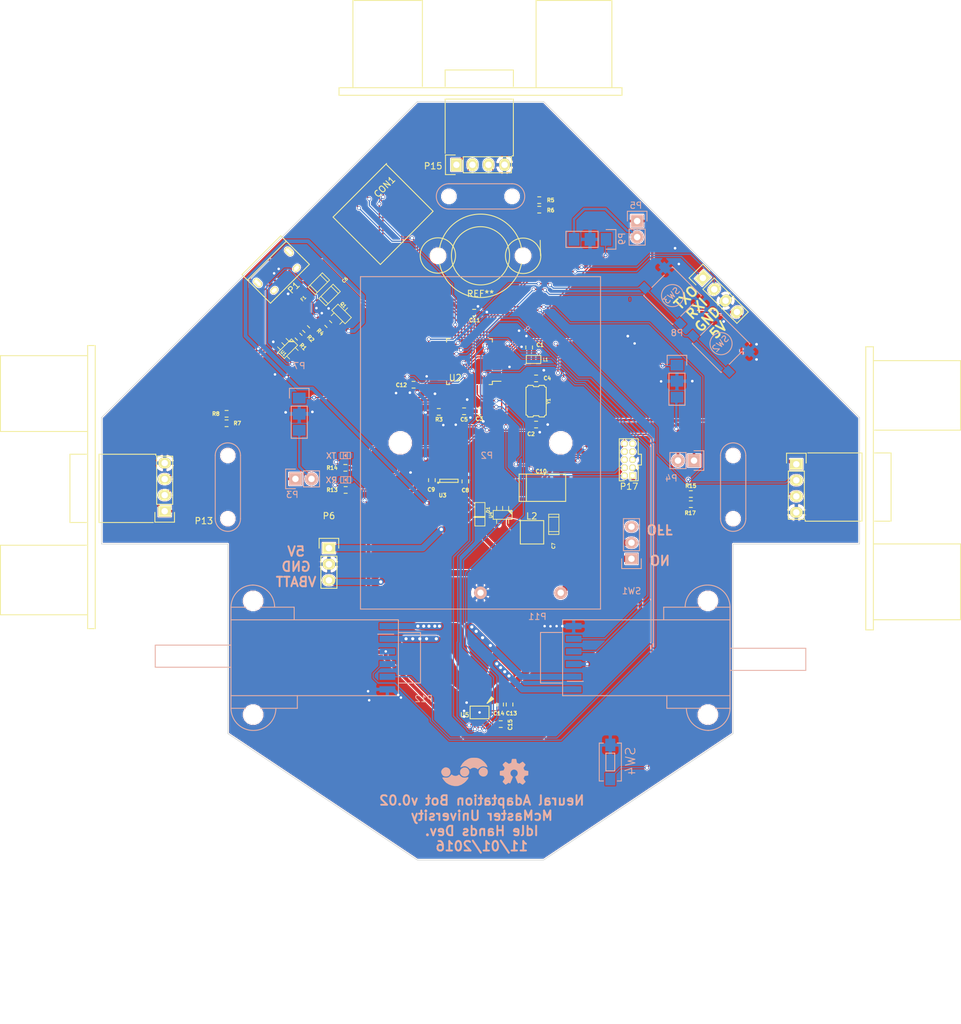
<source format=kicad_pcb>
(kicad_pcb (version 20171130) (host pcbnew "(5.1.12)-1")
  (title_block (title "Sensory Adaptation Robot") (date 2016-03-10) (rev 0.1a) (company "Idle Hands Dev.") (comment 1 "Sean Hodgins"))
  (layers (0 F.Cu signal) (31 B.Cu signal) (34 B.Paste user) (35 F.Paste user) (36 B.SilkS user) (37 F.SilkS user) (38 B.Mask user) (39 F.Mask user) (44 Edge.Cuts user))
  (net 0 "")
  (net 1 "Net-(C1-Pad1)")
  (net 2 GND)
  (net 3 "Net-(C2-Pad1)")
  (net 4 +3V3)
  (net 5 "Net-(C4-Pad1)")
  (net 6 "Net-(C5-Pad1)")
  (net 7 VCOM)
  (net 8 SBATT)
  (net 9 "Net-(D1-Pad2)")
  (net 10 "Net-(F1-Pad1)")
  (net 11 USB_D-)
  (net 12 USB_D+)
  (net 13 USB_ID)
  (net 14 "Net-(P1-Pad6)")
  (net 15 VBATT)
  (net 16 "Net-(P3-Pad2)")
  (net 17 "Net-(P4-Pad2)")
  (net 18 "Net-(P5-Pad2)")
  (net 19 /IR4)
  (net 20 /IR2)
  (net 21 /IR3)
  (net 22 /AM1)
  (net 23 /AM2)
  (net 24 /AENC1)
  (net 25 /AENC2)
  (net 26 /BM1)
  (net 27 /BM2)
  (net 28 /BENC1)
  (net 29 /BENC2)
  (net 30 "Net-(Q1-Pad3)")
  (net 31 USB_HOST_EN)
  (net 32 "Net-(SW1-Pad3)")
  (net 33 "Net-(U2-Pad4)")
  (net 34 "Net-(U2-Pad22)")
  (net 35 "Net-(U5-Pad11)")
  (net 36 /BIN2)
  (net 37 /BIN1)
  (net 38 "Net-(P17-Pad7)")
  (net 39 "Net-(P17-Pad9)")
  (net 40 SWCLK)
  (net 41 "Net-(P17-Pad6)")
  (net 42 "Net-(P17-Pad8)")
  (net 43 RESET)
  (net 44 SWDIO)
  (net 45 "Net-(CON1-Pad9)")
  (net 46 /SD_CS)
  (net 47 /SPI_MOSI)
  (net 48 /SPI_SCK)
  (net 49 /SPI_MISO)
  (net 50 "Net-(CON1-Pad8)")
  (net 51 /RXLED)
  (net 52 "Net-(D6-Pad1)")
  (net 53 /TXLED)
  (net 54 "Net-(D7-Pad1)")
  (net 55 /BUT1)
  (net 56 /BUT2)
  (net 57 /TXO)
  (net 58 /RXI)
  (net 59 "Net-(U2-Pad37)")
  (net 60 "Net-(U2-Pad38)")
  (net 61 /TRIG4)
  (net 62 /HVECHO4)
  (net 63 /TRIG2)
  (net 64 /HVECHO2)
  (net 65 /TRIG3)
  (net 66 /HVECHO3)
  (net 67 /ECHO3)
  (net 68 /ECHO4)
  (net 69 /ECHO2)
  (net 70 VCC)
  (net 71 "Net-(U2-Pad24)")
  (net 72 "Net-(CON1-Pad1)")
  (net 73 /AIN2)
  (module project_footprints:MicroSD_Card_Receptacle (layer F.Cu) (at 124.15 110.85 225)
    (fp_text reference CON1 (at 1.4 -2.35 225) (layer F.SilkS))
    (fp_text value MicroSD_Card)
    (pad 9 smd rect (at -1.3 -7.75 225) (size 0.8 1.5) (layers F.Cu F.Paste F.Mask) (net 45 "Net-(CON1-Pad9)"))
    (pad 9 smd rect (at 10.25 -0.15 225) (size 1.3 1.5) (layers F.Cu F.Paste F.Mask) (net 45 "Net-(CON1-Pad9)"))
    (pad 1 smd rect (at 7.7 0 225) (size 0.7 1.75) (layers F.Cu F.Paste F.Mask) (net 72 "Net-(CON1-Pad1)"))
    (pad 2 smd rect (at 6.6 0 225) (size 0.7 1.75) (layers F.Cu F.Paste F.Mask) (net 46 /SD_CS))
    (pad 3 smd rect (at 5.5 0 225) (size 0.7 1.75) (layers F.Cu F.Paste F.Mask) (net 47 /SPI_MOSI))
    (pad 4 smd rect (at 4.4 0 225) (size 0.7 1.75) (layers F.Cu F.Paste F.Mask) (net 4 +3V3))
    (pad 5 smd rect (at 3.3 0 225) (size 0.7 1.75) (layers F.Cu F.Paste F.Mask) (net 48 /SPI_SCK))
    (pad 6 smd rect (at 2.2 0 225) (size 0.7 1.75) (layers F.Cu F.Paste F.Mask) (net 2 GND))
    (pad 7 smd rect (at 1.1 0 225) (size 0.7 1.75) (layers F.Cu F.Paste F.Mask) (net 49 /SPI_MISO))
    (pad 8 smd rect (at 0 0 225) (size 0.7 1.75) (layers F.Cu F.Paste F.Mask) (net 50 "Net-(CON1-Pad8)"))
    (pad 9 smd rect (at -1.4 -0.15 225) (size 1.3 1.5) (layers F.Cu F.Paste F.Mask) (net 45 "Net-(CON1-Pad9)"))
    (pad 9 smd rect (at 10.55 -8.4 225) (size 0.8 1.4) (layers F.Cu F.Paste F.Mask) (net 45 "Net-(CON1-Pad9)"))
  )
  (module Connect:USB_Micro-B (layer F.Cu) (at 108 127 225)
    (fp_text reference P1 (at 0 -3.45 225) (layer F.SilkS))
    (fp_text value USB_OTG)
    (pad 1 smd rect (at -1.3009 -1.56254 315) (size 1.35 0.4) (layers F.Cu F.Paste F.Mask) (net 10 "Net-(F1-Pad1)"))
    (pad 2 smd rect (at -0.6509 -1.56254 315) (size 1.35 0.4) (layers F.Cu F.Paste F.Mask) (net 11 USB_D-))
    (pad 3 smd rect (at -0.0009 -1.56254 315) (size 1.35 0.4) (layers F.Cu F.Paste F.Mask) (net 12 USB_D+))
    (pad 4 smd rect (at 0.6491 -1.56254 315) (size 1.35 0.4) (layers F.Cu F.Paste F.Mask) (net 13 USB_ID))
    (pad 5 smd rect (at 1.2991 -1.56254 315) (size 1.35 0.4) (layers F.Cu F.Paste F.Mask) (net 2 GND))
    (pad 6 thru_hole oval (at -2.5009 -1.56254 315) (size 0.95 1.25) (drill oval 0.55 0.85) (layers *.Cu *.Mask F.SilkS) (net 14 "Net-(P1-Pad6)"))
    (pad 6 thru_hole oval (at 2.4991 -1.56254 315) (size 0.95 1.25) (drill oval 0.55 0.85) (layers *.Cu *.Mask F.SilkS) (net 14 "Net-(P1-Pad6)"))
    (pad 6 thru_hole oval (at -3.5009 1.13746 315) (size 1.55 1) (drill oval 1.15 0.5) (layers *.Cu *.Mask F.SilkS) (net 14 "Net-(P1-Pad6)"))
    (pad 6 thru_hole oval (at 3.4991 1.13746 315) (size 1.55 1) (drill oval 1.15 0.5) (layers *.Cu *.Mask F.SilkS) (net 14 "Net-(P1-Pad6)"))
  )
  (module project_footprints:Battery_3xAAA_Holder (layer B.Cu) (at 140 154)
    (fp_text reference P2 (at 1 2) (layer B.SilkS) (effects (justify mirror)))
    (fp_text value BatteryHolder)
    (pad 0 thru_hole circle (at 12.7 0) (size 3.45 3.45) (drill 3.45) (layers *.Cu *.Mask B.SilkS))
    (pad 1 thru_hole circle (at 0 23.72) (size 2 2) (drill 1) (layers *.Cu *.Mask B.SilkS) (net 2 GND))
    (pad 2 thru_hole circle (at 12.7 23.72) (size 2 2) (drill 1.02) (layers *.Cu *.Mask B.SilkS) (net 15 VBATT))
    (pad 0 thru_hole circle (at -12.7 0) (size 3.45 3.45) (drill 3.45) (layers *.Cu *.Mask B.SilkS))
  )
  (module project_footprints:TQFP-48_7x7mm_Pitch0.5mm (layer F.Cu) (at 138.25 141.15 180)
    (fp_text reference U2 (at 2.25 -2.55 180) (layer F.SilkS))
    (fp_text value SAMD21G18 hide)
    (pad 1 smd rect (at -4.35 -2.75 180) (size 1.3 0.25) (layers F.Cu F.Paste F.Mask) (net 3 "Net-(C2-Pad1)"))
    (pad 2 smd rect (at -4.35 -2.25 180) (size 1.3 0.25) (layers F.Cu F.Paste F.Mask) (net 5 "Net-(C4-Pad1)"))
    (pad 3 smd rect (at -4.35 -1.75 180) (size 1.3 0.25) (layers F.Cu F.Paste F.Mask) (net 73 /AIN2))
    (pad 4 smd rect (at -4.35 -1.25 180) (size 1.3 0.25) (layers F.Cu F.Paste F.Mask) (net 33 "Net-(U2-Pad4)"))
    (pad 5 smd rect (at -4.35 -0.75 180) (size 1.3 0.25) (layers F.Cu F.Paste F.Mask) (net 2 GND))
    (pad 6 smd rect (at -4.35 -0.25 180) (size 1.3 0.25) (layers F.Cu F.Paste F.Mask) (net 1 "Net-(C1-Pad1)"))
    (pad 7 smd rect (at -4.35 0.25 180) (size 1.3 0.25) (layers F.Cu F.Paste F.Mask) (net 20 /IR2))
    (pad 8 smd rect (at -4.35 0.75 180) (size 1.3 0.25) (layers F.Cu F.Paste F.Mask) (net 19 /IR4))
    (pad 9 smd rect (at -4.35 1.25 180) (size 1.3 0.25) (layers F.Cu F.Paste F.Mask) (net 21 /IR3))
    (pad 10 smd rect (at -4.35 1.75 180) (size 1.3 0.25) (layers F.Cu F.Paste F.Mask) (net 24 /AENC1))
    (pad 11 smd rect (at -4.35 2.25 180) (size 1.3 0.25) (layers F.Cu F.Paste F.Mask) (net 36 /BIN2))
    (pad 12 smd rect (at -4.35 2.75 180) (size 1.3 0.25) (layers F.Cu F.Paste F.Mask) (net 37 /BIN1))
    (pad 13 smd rect (at -2.75 4.35 270) (size 1.3 0.25) (layers F.Cu F.Paste F.Mask) (net 63 /TRIG2))
    (pad 14 smd rect (at -2.25 4.35 270) (size 1.3 0.25) (layers F.Cu F.Paste F.Mask) (net 69 /ECHO2))
    (pad 15 smd rect (at -1.75 4.35 270) (size 1.3 0.25) (layers F.Cu F.Paste F.Mask) (net 57 /TXO))
    (pad 16 smd rect (at -1.25 4.35 270) (size 1.3 0.25) (layers F.Cu F.Paste F.Mask) (net 58 /RXI))
    (pad 17 smd rect (at -0.75 4.35 270) (size 1.3 0.25) (layers F.Cu F.Paste F.Mask) (net 4 +3V3))
    (pad 18 smd rect (at -0.25 4.35 270) (size 1.3 0.25) (layers F.Cu F.Paste F.Mask) (net 2 GND))
    (pad 19 smd rect (at 0.25 4.35 270) (size 1.3 0.25) (layers F.Cu F.Paste F.Mask) (net 47 /SPI_MOSI))
    (pad 20 smd rect (at 0.75 4.35 270) (size 1.3 0.25) (layers F.Cu F.Paste F.Mask) (net 48 /SPI_SCK))
    (pad 21 smd rect (at 1.25 4.35 270) (size 1.3 0.25) (layers F.Cu F.Paste F.Mask) (net 49 /SPI_MISO))
    (pad 22 smd rect (at 1.75 4.35 270) (size 1.3 0.25) (layers F.Cu F.Paste F.Mask) (net 34 "Net-(U2-Pad22)"))
    (pad 23 smd rect (at 2.25 4.35 270) (size 1.3 0.25) (layers F.Cu F.Paste F.Mask) (net 46 /SD_CS))
    (pad 24 smd rect (at 2.75 4.35 270) (size 1.3 0.25) (layers F.Cu F.Paste F.Mask) (net 71 "Net-(U2-Pad24)"))
    (pad 25 smd rect (at 4.35 2.75 180) (size 1.3 0.25) (layers F.Cu F.Paste F.Mask) (net 55 /BUT1))
    (pad 26 smd rect (at 4.35 2.25 180) (size 1.3 0.25) (layers F.Cu F.Paste F.Mask) (net 28 /BENC1))
    (pad 27 smd rect (at 4.35 1.75 180) (size 1.3 0.25) (layers F.Cu F.Paste F.Mask) (net 56 /BUT2))
    (pad 28 smd rect (at 4.35 1.25 180) (size 1.3 0.25) (layers F.Cu F.Paste F.Mask) (net 29 /BENC2))
    (pad 29 smd rect (at 4.35 0.75 180) (size 1.3 0.25) (layers F.Cu F.Paste F.Mask) (net 67 /ECHO3))
    (pad 30 smd rect (at 4.35 0.25 180) (size 1.3 0.25) (layers F.Cu F.Paste F.Mask) (net 65 /TRIG3))
    (pad 31 smd rect (at 4.35 -0.25 180) (size 1.3 0.25) (layers F.Cu F.Paste F.Mask) (net 68 /ECHO4))
    (pad 32 smd rect (at 4.35 -0.75 180) (size 1.3 0.25) (layers F.Cu F.Paste F.Mask) (net 61 /TRIG4))
    (pad 33 smd rect (at 4.35 -1.25 180) (size 1.3 0.25) (layers F.Cu F.Paste F.Mask) (net 11 USB_D-))
    (pad 34 smd rect (at 4.35 -1.75 180) (size 1.3 0.25) (layers F.Cu F.Paste F.Mask) (net 12 USB_D+))
    (pad 35 smd rect (at 4.35 -2.25 180) (size 1.3 0.25) (layers F.Cu F.Paste F.Mask) (net 2 GND))
    (pad 36 smd rect (at 4.35 -2.75 180) (size 1.3 0.25) (layers F.Cu F.Paste F.Mask) (net 4 +3V3))
    (pad 37 smd rect (at 2.75 -4.35 270) (size 1.3 0.25) (layers F.Cu F.Paste F.Mask) (net 59 "Net-(U2-Pad37)"))
    (pad 38 smd rect (at 2.25 -4.35 270) (size 1.3 0.25) (layers F.Cu F.Paste F.Mask) (net 60 "Net-(U2-Pad38)"))
    (pad 39 smd rect (at 1.75 -4.35 270) (size 1.3 0.25) (layers F.Cu F.Paste F.Mask) (net 53 /TXLED))
    (pad 40 smd rect (at 1.25 -4.35 270) (size 1.3 0.25) (layers F.Cu F.Paste F.Mask) (net 43 RESET))
    (pad 41 smd rect (at 0.75 -4.35 270) (size 1.3 0.25) (layers F.Cu F.Paste F.Mask) (net 31 USB_HOST_EN))
    (pad 42 smd rect (at 0.25 -4.35 270) (size 1.3 0.25) (layers F.Cu F.Paste F.Mask) (net 2 GND))
    (pad 43 smd rect (at -0.25 -4.35 270) (size 1.3 0.25) (layers F.Cu F.Paste F.Mask) (net 6 "Net-(C5-Pad1)"))
    (pad 44 smd rect (at -0.75 -4.35 270) (size 1.3 0.25) (layers F.Cu F.Paste F.Mask) (net 4 +3V3))
    (pad 45 smd rect (at -1.25 -4.35 270) (size 1.3 0.25) (layers F.Cu F.Paste F.Mask) (net 40 SWCLK))
    (pad 46 smd rect (at -1.75 -4.35 270) (size 1.3 0.25) (layers F.Cu F.Paste F.Mask) (net 44 SWDIO))
    (pad 47 smd rect (at -2.25 -4.35 270) (size 1.3 0.25) (layers F.Cu F.Paste F.Mask) (net 25 /AENC2))
    (pad 48 smd rect (at -2.75 -4.35 270) (size 1.3 0.25) (layers F.Cu F.Paste F.Mask) (net 51 /RXLED))
  )
  (module project_footprints:Wheel_Ball (layer F.Cu) (at 140 124.4)
    (fp_text reference REF** (at 0 6) (layer F.SilkS))
    (fp_text value Wheel_Ball)
    (pad 1 thru_hole circle (at -6.73 0) (size 2.4 2.4) (drill 2.4) (layers *.Cu *.Mask F.SilkS))
    (pad 1 thru_hole circle (at 6.73 0) (size 2.4 2.4) (drill 2.4) (layers *.Cu *.Mask F.SilkS))
  )
  (module project_footprints:C_0402_Hand (layer F.Cu) (at 147.7 138.9 90)
    (fp_text reference C1 (at 0.4 1.725 180) (layer F.SilkS) (effects (font (size 0.6 0.6))))
    (fp_text value 0.1uF hide)
    (pad 1 smd rect (at -0.6 0 90) (size 0.7 0.6) (layers F.Cu F.Paste F.Mask) (net 1 "Net-(C1-Pad1)"))
    (pad 2 smd rect (at 0.6 0 90) (size 0.7 0.6) (layers F.Cu F.Paste F.Mask) (net 2 GND))
  )
  (module project_footprints:C_0402_Hand (layer F.Cu) (at 148.8 151.1)
    (fp_text reference C2 (at -0.8 1.5) (layer F.SilkS) (effects (font (size 0.6 0.6))))
    (fp_text value 15pF hide)
    (pad 1 smd rect (at -0.6 0) (size 0.7 0.6) (layers F.Cu F.Paste F.Mask) (net 3 "Net-(C2-Pad1)"))
    (pad 2 smd rect (at 0.6 0) (size 0.7 0.6) (layers F.Cu F.Paste F.Mask) (net 2 GND))
  )
  (module project_footprints:C_0402_Hand (layer F.Cu) (at 139.8 149)
    (fp_text reference C3 (at 0 1.2) (layer F.SilkS) (effects (font (size 0.6 0.6))))
    (fp_text value 0.1uF hide)
    (pad 1 smd rect (at -0.6 0) (size 0.7 0.6) (layers F.Cu F.Paste F.Mask) (net 4 +3V3))
    (pad 2 smd rect (at 0.6 0) (size 0.7 0.6) (layers F.Cu F.Paste F.Mask) (net 2 GND))
  )
  (module project_footprints:C_0402_Hand (layer F.Cu) (at 148.8 143.8)
    (fp_text reference C4 (at 1.775 -0.025) (layer F.SilkS) (effects (font (size 0.6 0.6))))
    (fp_text value 15pF hide)
    (pad 1 smd rect (at -0.6 0) (size 0.7 0.6) (layers F.Cu F.Paste F.Mask) (net 5 "Net-(C4-Pad1)"))
    (pad 2 smd rect (at 0.6 0) (size 0.7 0.6) (layers F.Cu F.Paste F.Mask) (net 2 GND))
  )
  (module project_footprints:C_0402_Hand (layer F.Cu) (at 137.4 149 180)
    (fp_text reference C5 (at 0 -1.3 180) (layer F.SilkS) (effects (font (size 0.6 0.6))))
    (fp_text value 0.1uF hide)
    (pad 1 smd rect (at -0.6 0 180) (size 0.7 0.6) (layers F.Cu F.Paste F.Mask) (net 6 "Net-(C5-Pad1)"))
    (pad 2 smd rect (at 0.6 0 180) (size 0.7 0.6) (layers F.Cu F.Paste F.Mask) (net 2 GND))
  )
  (module project_footprints:C_0402_Hand (layer F.Cu) (at 137.6 160.1 90)
    (fp_text reference C8 (at -1.4 0 180) (layer F.SilkS) (effects (font (size 0.6 0.6))))
    (fp_text value 1uF hide)
    (pad 1 smd rect (at -0.6 0 90) (size 0.7 0.6) (layers F.Cu F.Paste F.Mask) (net 70 VCC))
    (pad 2 smd rect (at 0.6 0 90) (size 0.7 0.6) (layers F.Cu F.Paste F.Mask) (net 2 GND))
  )
  (module project_footprints:C_0402_Hand (layer F.Cu) (at 132.3 159.9 270)
    (fp_text reference C9 (at 1.5 0.1) (layer F.SilkS) (effects (font (size 0.6 0.6))))
    (fp_text value 2.2uF hide)
    (pad 1 smd rect (at -0.6 0 270) (size 0.7 0.6) (layers F.Cu F.Paste F.Mask) (net 4 +3V3))
    (pad 2 smd rect (at 0.6 0 270) (size 0.7 0.6) (layers F.Cu F.Paste F.Mask) (net 2 GND))
  )
  (module project_footprints:C_0402_Hand (layer F.Cu) (at 139 133.4)
    (fp_text reference C11 (at 0.075 1.2) (layer F.SilkS) (effects (font (size 0.6 0.6))))
    (fp_text value 0.1uF hide)
    (pad 1 smd rect (at -0.6 0) (size 0.7 0.6) (layers F.Cu F.Paste F.Mask) (net 4 +3V3))
    (pad 2 smd rect (at 0.6 0) (size 0.7 0.6) (layers F.Cu F.Paste F.Mask) (net 2 GND))
  )
  (module project_footprints:C_0402_Hand (layer F.Cu) (at 129.4 144.8 180)
    (fp_text reference C12 (at 1.925 -0.05 180) (layer F.SilkS) (effects (font (size 0.6 0.6))))
    (fp_text value 0.1uF hide)
    (pad 1 smd rect (at -0.6 0 180) (size 0.7 0.6) (layers F.Cu F.Paste F.Mask) (net 4 +3V3))
    (pad 2 smd rect (at 0.6 0 180) (size 0.7 0.6) (layers F.Cu F.Paste F.Mask) (net 2 GND))
  )
  (module project_footprints:C_0402_Hand (layer F.Cu) (at 144.6 195.4 270)
    (fp_text reference C13 (at 1.4 -0.3 180) (layer F.SilkS) (effects (font (size 0.6 0.6))))
    (fp_text value 10uF hide)
    (pad 1 smd rect (at -0.6 0 270) (size 0.7 0.6) (layers F.Cu F.Paste F.Mask) (net 8 SBATT))
    (pad 2 smd rect (at 0.6 0 270) (size 0.7 0.6) (layers F.Cu F.Paste F.Mask) (net 2 GND))
  )
  (module project_footprints:C_0402_Hand (layer F.Cu) (at 143.1 195.4 270)
    (fp_text reference C14 (at 1.4 0.2 180) (layer F.SilkS) (effects (font (size 0.6 0.6))))
    (fp_text value 0.1uF hide)
    (pad 1 smd rect (at -0.6 0 270) (size 0.7 0.6) (layers F.Cu F.Paste F.Mask) (net 8 SBATT))
    (pad 2 smd rect (at 0.6 0 270) (size 0.7 0.6) (layers F.Cu F.Paste F.Mask) (net 2 GND))
  )
  (module project_footprints:C_0402_Hand (layer F.Cu) (at 143.2 198.5)
    (fp_text reference C15 (at 1.5 0.1 90) (layer F.SilkS) (effects (font (size 0.6 0.6))))
    (fp_text value 0.1uF hide)
    (pad 1 smd rect (at -0.6 0) (size 0.7 0.6) (layers F.Cu F.Paste F.Mask) (net 4 +3V3))
    (pad 2 smd rect (at 0.6 0) (size 0.7 0.6) (layers F.Cu F.Paste F.Mask) (net 2 GND))
  )
  (module project_footprints:c_1206 (layer F.Cu) (at 114.4 128.8 225)
    (fp_text reference F1 (at 3.4 0.05 225) (layer F.SilkS) (effects (font (size 0.50038 0.50038) (thickness 0.11938))))
    (fp_text value 500mA hide)
    (pad 1 smd rect (at 1.397 0 225) (size 1.6002 1.8034) (layers F.Cu F.Paste F.Mask) (net 10 "Net-(F1-Pad1)"))
    (pad 2 smd rect (at -1.397 0 225) (size 1.6002 1.8034) (layers F.Cu F.Paste F.Mask) (net 7 VCOM))
  )
  (module project_footprints:R_SM0603 (layer F.Cu) (at 148.4 140.8 180)
    (fp_text reference L1 (at -1.9 -0.025) (layer F.SilkS) (effects (font (size 0.508 0.4572) (thickness 0.1143))))
    (fp_text value "FB - 30Ohm" hide)
    (pad 1 smd rect (at -0.762 0 180) (size 0.635 1.143) (layers F.Cu F.Paste F.Mask) (net 4 +3V3))
    (pad 2 smd rect (at 0.762 0 180) (size 0.635 1.143) (layers F.Cu F.Paste F.Mask) (net 1 "Net-(C1-Pad1)"))
  )
  (module project_footprints:I_1212 (layer F.Cu) (at 148.104027 168.196367)
    (fp_text reference L2 (at 0 -2.6) (layer F.SilkS))
    (fp_text value 47uH hide)
    (pad 1 smd rect (at 1.1 0) (size 1.15 3.3) (layers F.Cu F.Paste F.Mask) (net 8 SBATT))
    (pad 2 smd rect (at -1.1 0) (size 1.15 3.3) (layers F.Cu F.Paste F.Mask) (net 9 "Net-(D1-Pad2)"))
  )
  (module Pin_Headers:Pin_Header_Straight_1x02 (layer B.Cu) (at 110.7 159.7 270)
    (fp_text reference P3 (at 2.5 0.5) (layer B.SilkS) (effects (justify mirror)))
    (fp_text value IR4_JMP)
    (pad 1 thru_hole rect (at 0 0 270) (size 2.032 2.032) (drill 1.016) (layers *.Cu *.Mask B.SilkS) (net 70 VCC))
    (pad 2 thru_hole oval (at 0 -2.54 270) (size 2.032 2.032) (drill 1.016) (layers *.Cu *.Mask B.SilkS) (net 16 "Net-(P3-Pad2)"))
  )
  (module Pin_Headers:Pin_Header_Straight_1x02 (layer B.Cu) (at 173.8 156.8 90)
    (fp_text reference P4 (at -2.8 -3.6 180) (layer B.SilkS) (effects (justify mirror)))
    (fp_text value IR2_JMP)
    (pad 1 thru_hole rect (at 0 0 90) (size 2.032 2.032) (drill 1.016) (layers *.Cu *.Mask B.SilkS) (net 70 VCC))
    (pad 2 thru_hole oval (at 0 -2.54 90) (size 2.032 2.032) (drill 1.016) (layers *.Cu *.Mask B.SilkS) (net 17 "Net-(P4-Pad2)"))
  )
  (module Pin_Headers:Pin_Header_Straight_1x02 (layer B.Cu) (at 164.8 118.9 180)
    (fp_text reference P5 (at 0.2 2.46 180) (layer B.SilkS) (effects (justify mirror)))
    (fp_text value IR3_JMP)
    (pad 1 thru_hole rect (at 0 0 180) (size 2.032 2.032) (drill 1.016) (layers *.Cu *.Mask B.SilkS) (net 70 VCC))
    (pad 2 thru_hole oval (at 0 -2.54 180) (size 2.032 2.032) (drill 1.016) (layers *.Cu *.Mask B.SilkS) (net 18 "Net-(P5-Pad2)"))
  )
  (module project_footprints:R_0402_Hand (layer F.Cu) (at 111.2 137.2 135)
    (fp_text reference R1 (at -1.626346 -0.636396 135) (layer F.SilkS) (effects (font (size 0.6 0.6))))
    (fp_text value 100k hide)
    (pad 1 smd rect (at -0.6 0 135) (size 0.7 0.6) (layers F.Cu F.Paste F.Mask) (net 70 VCC))
    (pad 2 smd rect (at 0.6 0 135) (size 0.7 0.6) (layers F.Cu F.Paste F.Mask) (net 13 USB_ID))
  )
  (module project_footprints:R_0402_Hand (layer F.Cu) (at 112.4 136 315)
    (fp_text reference R2 (at 1.555635 0.565685 315) (layer F.SilkS) (effects (font (size 0.6 0.6))))
    (fp_text value 330 hide)
    (pad 1 smd rect (at -0.6 0 315) (size 0.7 0.6) (layers F.Cu F.Paste F.Mask) (net 13 USB_ID))
    (pad 2 smd rect (at 0.6 0 315) (size 0.7 0.6) (layers F.Cu F.Paste F.Mask) (net 31 USB_HOST_EN))
  )
  (module project_footprints:R_0402_Hand (layer F.Cu) (at 133.4 149.1)
    (fp_text reference R3 (at 0.025 1.2) (layer F.SilkS) (effects (font (size 0.6 0.6))))
    (fp_text value 10k hide)
    (pad 1 smd rect (at -0.6 0) (size 0.7 0.6) (layers F.Cu F.Paste F.Mask) (net 4 +3V3))
    (pad 2 smd rect (at 0.6 0) (size 0.7 0.6) (layers F.Cu F.Paste F.Mask) (net 43 RESET))
  )
  (module project_footprints:R_0402_Hand (layer F.Cu) (at 115.9 135.2 135)
    (fp_text reference R4 (at 0 -1.8 135) (layer F.SilkS) (effects (font (size 0.6 0.6))))
    (fp_text value 47K hide)
    (pad 1 smd rect (at -0.6 0 135) (size 0.7 0.6) (layers F.Cu F.Paste F.Mask) (net 70 VCC))
    (pad 2 smd rect (at 0.6 0 135) (size 0.7 0.6) (layers F.Cu F.Paste F.Mask) (net 30 "Net-(Q1-Pad3)"))
  )
  (module Pin_Headers:Pin_Header_Straight_1x03 (layer B.Cu) (at 163.9 172.34)
    (fp_text reference SW1 (at 0 5.1) (layer B.SilkS) (effects (justify mirror)))
    (fp_text value SWITCH_INV)
    (pad 1 thru_hole rect (at 0 0) (size 2.032 1.7272) (drill 1.016) (layers *.Cu *.Mask B.SilkS) (net 15 VBATT))
    (pad 2 thru_hole oval (at 0 -2.54) (size 2.032 1.7272) (drill 1.016) (layers *.Cu *.Mask B.SilkS) (net 8 SBATT))
    (pad 3 thru_hole oval (at 0 -5.08) (size 2.032 1.7272) (drill 1.016) (layers *.Cu *.Mask B.SilkS) (net 32 "Net-(SW1-Pad3)"))
  )
  (module project_footprints:sot23-5 (layer F.Cu) (at 109.5 139.1 225)
    (fp_text reference U1 (at 0.989949 0 315) (layer F.SilkS) (effects (font (size 0.5 0.5) (thickness 0.125))))
    (fp_text value 74AHC1G125 hide)
    (pad 1 smd rect (at -0.9525 1.05664 225) (size 0.59944 1.00076) (layers F.Cu F.Paste F.Mask) (net 13 USB_ID))
    (pad 3 smd rect (at 0.9525 1.05664 225) (size 0.59944 1.00076) (layers F.Cu F.Paste F.Mask) (net 2 GND))
    (pad 2 smd rect (at 0 1.05664 225) (size 0.59944 1.00076) (layers F.Cu F.Paste F.Mask) (net 13 USB_ID))
    (pad 4 smd rect (at 0.9525 -1.05664 225) (size 0.59944 1.00076) (layers F.Cu F.Paste F.Mask) (net 30 "Net-(Q1-Pad3)"))
    (pad 5 smd rect (at -0.9525 -1.05664 225) (size 0.59944 1.00076) (layers F.Cu F.Paste F.Mask) (net 70 VCC))
  )
  (module TO_SOT_Packages_SMD:SOT-23-5 (layer F.Cu) (at 135 160 90)
    (fp_text reference U3 (at -2.3 -1 180) (layer F.SilkS) (effects (font (size 0.6 0.6))))
    (fp_text value AP2112K-3.3V hide)
    (pad 1 smd rect (at -1.1 -0.95 90) (size 1.06 0.65) (layers F.Cu F.Paste F.Mask) (net 70 VCC))
    (pad 2 smd rect (at -1.1 0 90) (size 1.06 0.65) (layers F.Cu F.Paste F.Mask) (net 2 GND))
    (pad 3 smd rect (at -1.1 0.95 90) (size 1.06 0.65) (layers F.Cu F.Paste F.Mask) (net 70 VCC))
    (pad 4 smd rect (at 1.1 0.95 90) (size 1.06 0.65) (layers F.Cu F.Paste F.Mask))
    (pad 5 smd rect (at 1.1 -0.95 90) (size 1.06 0.65) (layers F.Cu F.Paste F.Mask) (net 4 +3V3))
  )
  (module project_footprints:sot23-5 (layer F.Cu) (at 143.504027 165.396367 180)
    (fp_text reference U4 (at 1.89 -0.04 270) (layer F.SilkS) (effects (font (size 0.5 0.5) (thickness 0.125))))
    (fp_text value NCP1402 hide)
    (pad 1 smd rect (at -0.9525 1.05664 180) (size 0.59944 1.00076) (layers F.Cu F.Paste F.Mask) (net 70 VCC))
    (pad 3 smd rect (at 0.9525 1.05664 180) (size 0.59944 1.00076) (layers F.Cu F.Paste F.Mask))
    (pad 2 smd rect (at 0 1.05664 180) (size 0.59944 1.00076) (layers F.Cu F.Paste F.Mask) (net 70 VCC))
    (pad 4 smd rect (at 0.9525 -1.05664 180) (size 0.59944 1.00076) (layers F.Cu F.Paste F.Mask) (net 2 GND))
    (pad 5 smd rect (at -0.9525 -1.05664 180) (size 0.59944 1.00076) (layers F.Cu F.Paste F.Mask) (net 9 "Net-(D1-Pad2)"))
  )
  (module project_footprints:crystal_smd_5x3.2mm (layer F.Cu) (at 148.8 147.4 270)
    (fp_text reference Y1 (at 0 -2 270) (layer F.SilkS) (effects (font (size 0.5 0.5) (thickness 0.125))))
    (fp_text value Crystal_Small hide)
    (pad 1 smd rect (at -1.85 0 270) (size 1.7 2.4) (layers F.Cu F.Paste F.Mask) (net 5 "Net-(C4-Pad1)"))
    (pad 2 smd rect (at 1.85 0 270) (size 1.7 2.4) (layers F.Cu F.Paste F.Mask) (net 3 "Net-(C2-Pad1)"))
  )
  (module project_footprints:sod323 (layer F.Cu) (at 139.904027 165.296367 270)
    (fp_text reference D1 (at -0.7 -1.3 270) (layer F.SilkS) (effects (font (size 0.5 0.5) (thickness 0.125))))
    (fp_text value BAT20J hide)
    (pad 1 smd rect (at -1.45 0 270) (size 1.5 1.2) (layers F.Cu F.Paste F.Mask) (net 70 VCC))
    (pad 2 smd rect (at 1.45 0 270) (size 1.5 1.2) (layers F.Cu F.Paste F.Mask) (net 9 "Net-(D1-Pad2)"))
  )
  (module Capacitors_Tantalum_SMD:TantalC_SizeV_EIA-7343 (layer F.Cu) (at 149.8 161.1 180)
    (fp_text reference C10 (at 0.2 2.6 180) (layer F.SilkS) (effects (font (size 0.6 0.6))))
    (fp_text value 68uF hide)
    (pad 1 smd rect (at 2.99974 0 180) (size 2.55016 2.70002) (layers F.Cu F.Paste F.Mask) (net 70 VCC))
    (pad 2 smd rect (at -2.99974 0 180) (size 2.55016 3.79984) (layers F.Cu F.Paste F.Mask) (net 2 GND))
  )
  (module project_footprints:c_1206 (layer F.Cu) (at 151.604027 166.896367 270)
    (fp_text reference C7 (at 3.4 0.05 270) (layer F.SilkS) (effects (font (size 0.50038 0.50038) (thickness 0.11938))))
    (fp_text value 10uF hide)
    (pad 1 smd rect (at 1.397 0 270) (size 1.6002 1.8034) (layers F.Cu F.Paste F.Mask) (net 8 SBATT))
    (pad 2 smd rect (at -1.397 0 270) (size 1.6002 1.8034) (layers F.Cu F.Paste F.Mask) (net 2 GND))
  )
  (module project_footprints:Pin_Header_SMD_1x03 (layer B.Cu) (at 111.3 146.92 180)
    (fp_text reference P7 (at 0 5.1 180) (layer B.SilkS) (effects (justify mirror)))
    (fp_text value IR_4)
    (pad 1 smd rect (at 0 0 180) (size 2.032 1.7272) (layers B.Cu B.Paste B.Mask) (net 19 /IR4))
    (pad 2 smd rect (at 0 -2.54 180) (size 2.032 1.7272) (layers B.Cu B.Paste B.Mask) (net 2 GND))
    (pad 3 smd rect (at 0 -5.08 180) (size 2.032 1.7272) (layers B.Cu B.Paste B.Mask) (net 16 "Net-(P3-Pad2)"))
  )
  (module project_footprints:Pin_Header_SMD_1x03 (layer B.Cu) (at 159.88 121.8 90)
    (fp_text reference P9 (at 0.1 2.52 90) (layer B.SilkS) (effects (justify mirror)))
    (fp_text value IR_3)
    (pad 1 smd rect (at 0 0 90) (size 2.032 1.7272) (layers B.Cu B.Paste B.Mask) (net 21 /IR3))
    (pad 2 smd rect (at 0 -2.54 90) (size 2.032 1.7272) (layers B.Cu B.Paste B.Mask) (net 2 GND))
    (pad 3 smd rect (at 0 -5.08 90) (size 2.032 1.7272) (layers B.Cu B.Paste B.Mask) (net 18 "Net-(P5-Pad2)"))
  )
  (module project_footprints:Pin_Header_SMD_1x03 (layer B.Cu) (at 171.1 141.7 180)
    (fp_text reference P8 (at 0 5.1 180) (layer B.SilkS) (effects (justify mirror)))
    (fp_text value IR_2)
    (pad 1 smd rect (at 0 0 180) (size 2.032 1.7272) (layers B.Cu B.Paste B.Mask) (net 20 /IR2))
    (pad 2 smd rect (at 0 -2.54 180) (size 2.032 1.7272) (layers B.Cu B.Paste B.Mask) (net 2 GND))
    (pad 3 smd rect (at 0 -5.08 180) (size 2.032 1.7272) (layers B.Cu B.Paste B.Mask) (net 17 "Net-(P4-Pad2)"))
  )
  (module project_footprints:Sharp_2Y0A02_MountNarrow (layer B.Cu) (at 100 161 270)
    (fp_text reference REF** hide)
    (fp_text value Sharp_2Y0A02)
    (pad 0 thru_hole circle (at 5 0 270) (size 2.2 2.2) (drill 2.2) (layers *.Cu *.Mask B.SilkS))
    (pad 0 thru_hole circle (at -5 0 270) (size 2.2 2.2) (drill 2.2) (layers *.Cu *.Mask B.SilkS))
  )
  (module project_footprints:SonarSensor_HCSR04 (layer F.Cu) (at 90 161 180)
    (fp_text reference P13 (at -6.2 -5.35 180) (layer F.SilkS))
    (fp_text value SONAR_4)
    (pad 4 thru_hole rect (at 0 -3.81 180) (size 2.032 1.7272) (drill 1.016) (layers *.Cu *.Mask F.SilkS) (net 70 VCC))
    (pad 3 thru_hole oval (at 0 -1.27 180) (size 2.032 1.7272) (drill 1.016) (layers *.Cu *.Mask F.SilkS) (net 61 /TRIG4))
    (pad 2 thru_hole oval (at 0 1.27 180) (size 2.032 1.7272) (drill 1.016) (layers *.Cu *.Mask F.SilkS) (net 62 /HVECHO4))
    (pad 1 thru_hole oval (at 0 3.81 180) (size 2.032 1.7272) (drill 1.016) (layers *.Cu *.Mask F.SilkS) (net 2 GND))
  )
  (module project_footprints:SonarSensor_HCSR04 (layer F.Cu) (at 140 110 90)
    (fp_text reference P15 (at -0.2 -7.5 180) (layer F.SilkS))
    (fp_text value SONAR_3)
    (pad 4 thru_hole rect (at 0 -3.81 90) (size 2.032 1.7272) (drill 1.016) (layers *.Cu *.Mask F.SilkS) (net 70 VCC))
    (pad 3 thru_hole oval (at 0 -1.27 90) (size 2.032 1.7272) (drill 1.016) (layers *.Cu *.Mask F.SilkS) (net 65 /TRIG3))
    (pad 2 thru_hole oval (at 0 1.27 90) (size 2.032 1.7272) (drill 1.016) (layers *.Cu *.Mask F.SilkS) (net 66 /HVECHO3))
    (pad 1 thru_hole oval (at 0 3.81 90) (size 2.032 1.7272) (drill 1.016) (layers *.Cu *.Mask F.SilkS) (net 2 GND))
  )
  (module project_footprints:SonarSensor_HCSR04 (layer F.Cu) (at 190 161.19)
    (fp_text reference P14 hide)
    (fp_text value SONAR_2)
    (pad 4 thru_hole rect (at 0 -3.81) (size 2.032 1.7272) (drill 1.016) (layers *.Cu *.Mask F.SilkS) (net 70 VCC))
    (pad 3 thru_hole oval (at 0 -1.27) (size 2.032 1.7272) (drill 1.016) (layers *.Cu *.Mask F.SilkS) (net 63 /TRIG2))
    (pad 2 thru_hole oval (at 0 1.27) (size 2.032 1.7272) (drill 1.016) (layers *.Cu *.Mask F.SilkS) (net 64 /HVECHO2))
    (pad 1 thru_hole oval (at 0 3.81) (size 2.032 1.7272) (drill 1.016) (layers *.Cu *.Mask F.SilkS) (net 2 GND))
  )
  (module project_footprints:c_1206 (layer F.Cu) (at 116.1 130.6 45)
    (fp_text reference C6 (at 3.4 0.05 45) (layer F.SilkS) (effects (font (size 0.50038 0.50038) (thickness 0.11938))))
    (fp_text value 2.2uF hide)
    (pad 1 smd rect (at 1.397 0 45) (size 1.6002 1.8034) (layers F.Cu F.Paste F.Mask) (net 7 VCOM))
    (pad 2 smd rect (at -1.397 0 45) (size 1.6002 1.8034) (layers F.Cu F.Paste F.Mask) (net 2 GND))
  )
  (module project_footprints:SOT23_DSG (layer F.Cu) (at 118 133.6 315)
    (fp_text reference Q1 (at -0.81 -1.19 315) (layer F.SilkS) (effects (font (size 0.5 0.5) (thickness 0.125))))
    (fp_text value Q_PMOS_DSG hide)
    (pad 3 smd rect (at -0.9525 1.05664 315) (size 0.59944 1.00076) (layers F.Cu F.Paste F.Mask) (net 30 "Net-(Q1-Pad3)"))
    (pad 1 smd rect (at 0 -1.05664 315) (size 0.59944 1.00076) (layers F.Cu F.Paste F.Mask) (net 7 VCOM))
    (pad 2 smd rect (at 0.9525 1.05664 315) (size 0.59944 1.00076) (layers F.Cu F.Paste F.Mask) (net 70 VCC))
  )
  (module project_footprints:WSON-12-2x3 (layer F.Cu) (at 139.85 196.65 270)
    (fp_text reference U5 (at 0.4 2.35) (layer F.SilkS) (effects (font (size 0.7 0.7))))
    (fp_text value DRV8835 hide)
    (pad 6 smd rect (at -0.25 -1.5 270) (size 0.25 0.7) (layers F.Cu F.Paste F.Mask) (net 2 GND))
    (pad 6 smd rect (at 0.25 -1.5 270) (size 0.25 0.7) (layers F.Cu F.Paste F.Mask) (net 2 GND))
    (pad 6 smd rect (at 0.25 1.5 270) (size 0.25 0.7) (layers F.Cu F.Paste F.Mask) (net 2 GND))
    (pad 11 smd rect (at 0.95 -0.75 270) (size 0.5 0.25) (layers F.Cu F.Paste F.Mask) (net 35 "Net-(U5-Pad11)"))
    (pad 12 smd rect (at 0.95 -1.25 270) (size 0.5 0.25) (layers F.Cu F.Paste F.Mask) (net 4 +3V3))
    (pad 10 smd rect (at 0.95 -0.25 270) (size 0.5 0.25) (layers F.Cu F.Paste F.Mask) (net 44 SWDIO))
    (pad 9 smd rect (at 0.95 0.25 270) (size 0.5 0.25) (layers F.Cu F.Paste F.Mask) (net 73 /AIN2))
    (pad 6 smd rect (at -0.95 1.25 270) (size 0.5 0.25) (layers F.Cu F.Paste F.Mask) (net 2 GND))
    (pad 7 smd rect (at 0.95 1.25 270) (size 0.5 0.25) (layers F.Cu F.Paste F.Mask) (net 36 /BIN2))
    (pad 8 smd rect (at 0.95 0.75 270) (size 0.5 0.25) (layers F.Cu F.Paste F.Mask) (net 37 /BIN1))
    (pad 5 smd rect (at -0.95 0.75 270) (size 0.5 0.25) (layers F.Cu F.Paste F.Mask) (net 27 /BM2))
    (pad 4 smd rect (at -0.95 0.25 270) (size 0.5 0.25) (layers F.Cu F.Paste F.Mask) (net 26 /BM1))
    (pad 1 smd rect (at -0.95 -1.25 270) (size 0.5 0.25) (layers F.Cu F.Paste F.Mask) (net 8 SBATT))
    (pad 2 smd rect (at -0.95 -0.75 270) (size 0.5 0.25) (layers F.Cu F.Paste F.Mask) (net 22 /AM1))
    (pad 6 smd rect (at 0 0 270) (size 0.84 2.4) (layers F.Cu F.Mask) (net 2 GND))
    (pad 3 smd rect (at -0.95 -0.25 270) (size 0.5 0.25) (layers F.Cu F.Paste F.Mask) (net 23 /AM2))
    (pad 6 smd rect (at -0.25 1.5 270) (size 0.25 0.7) (layers F.Cu F.Paste F.Mask) (net 2 GND))
  )
  (module project_footprints:IdlehandsdevLogo (layer B.Cu) (at 137.5 206 180)
    (fp_text reference G*** hide)
    (fp_text value LOGO hide)
  )
  (module project_footprints:OSHLogo (layer B.Cu) (at 145.3 206.1 180)
    (fp_text reference G*** hide)
    (fp_text value LOGO hide)
  )
  (module project_footprints:Led_0603 (layer B.Cu) (at 118.65 159.85 180)
    (fp_text reference D6 hide)
    (fp_text value RX (at 2.25 -0.05 180) (layer B.SilkS) (effects (font (size 0.9 0.9) (thickness 0.17)) (justify mirror)))
    (pad 2 smd rect (at -0.7493 0 180) (size 0.79756 0.79756) (layers B.Cu B.Paste B.Mask) (net 4 +3V3))
    (pad 1 smd rect (at 0.7493 0 180) (size 0.79756 0.79756) (layers B.Cu B.Paste B.Mask) (net 52 "Net-(D6-Pad1)"))
  )
  (module project_footprints:Led_0603 (layer B.Cu) (at 118.6 156 180)
    (fp_text reference D7 hide)
    (fp_text value TX (at 2.25 -0.05 180) (layer B.SilkS) (effects (font (size 0.9 0.9) (thickness 0.17)) (justify mirror)))
    (pad 2 smd rect (at -0.7493 0 180) (size 0.79756 0.79756) (layers B.Cu B.Paste B.Mask) (net 4 +3V3))
    (pad 1 smd rect (at 0.7493 0 180) (size 0.79756 0.79756) (layers B.Cu B.Paste B.Mask) (net 54 "Net-(D7-Pad1)"))
  )
  (module project_footprints:R_0402_Hand (layer F.Cu) (at 118.65 161.45 180)
    (fp_text reference R13 (at 2.15 0 180) (layer F.SilkS) (effects (font (size 0.6 0.6))))
    (fp_text value 1k hide)
    (pad 1 smd rect (at -0.6 0 180) (size 0.7 0.6) (layers F.Cu F.Paste F.Mask) (net 51 /RXLED))
    (pad 2 smd rect (at 0.6 0 180) (size 0.7 0.6) (layers F.Cu F.Paste F.Mask) (net 52 "Net-(D6-Pad1)"))
  )
  (module project_footprints:R_0402_Hand (layer F.Cu) (at 118.6 157.95 180)
    (fp_text reference R14 (at 2.1 0 180) (layer F.SilkS) (effects (font (size 0.6 0.6))))
    (fp_text value 1k hide)
    (pad 1 smd rect (at -0.6 0 180) (size 0.7 0.6) (layers F.Cu F.Paste F.Mask) (net 53 /TXLED))
    (pad 2 smd rect (at 0.6 0 180) (size 0.7 0.6) (layers F.Cu F.Paste F.Mask) (net 54 "Net-(D7-Pad1)"))
  )
  (module project_footprints:SW_SPST_PTS645 (layer B.Cu) (at 178.080241 138.29826 315)
    (fp_text reference SW2 (at -0.055509 0.057969 45) (layer B.SilkS) (effects (justify mirror)))
    (fp_text value SW_PUSH hide)
    (pad 2 smd rect (at -3.975 -2.25 315) (size 1.55 1.3) (layers B.Cu B.Paste B.Mask) (net 2 GND))
    (pad 1 smd rect (at -3.975 2.25 315) (size 1.55 1.3) (layers B.Cu B.Paste B.Mask) (net 55 /BUT1))
    (pad 1 smd rect (at 3.975 2.25 315) (size 1.55 1.3) (layers B.Cu B.Paste B.Mask) (net 55 /BUT1))
    (pad 2 smd rect (at 3.975 -2.25 315) (size 1.55 1.3) (layers B.Cu B.Paste B.Mask) (net 2 GND))
  )
  (module project_footprints:SW_SPST_PTS645 (layer B.Cu) (at 170.4 130.7 315)
    (fp_text reference SW3 (at -0.1 0.1 225) (layer B.SilkS) (effects (justify mirror)))
    (fp_text value SW_PUSH hide)
    (pad 2 smd rect (at -3.975 -2.25 315) (size 1.55 1.3) (layers B.Cu B.Paste B.Mask) (net 2 GND))
    (pad 1 smd rect (at -3.975 2.25 315) (size 1.55 1.3) (layers B.Cu B.Paste B.Mask) (net 56 /BUT2))
    (pad 1 smd rect (at 3.975 2.25 315) (size 1.55 1.3) (layers B.Cu B.Paste B.Mask) (net 56 /BUT2))
    (pad 2 smd rect (at 3.975 -2.25 315) (size 1.55 1.3) (layers B.Cu B.Paste B.Mask) (net 2 GND))
  )
  (module Pin_Headers:Pin_Header_Straight_1x04 (layer F.Cu) (at 175.207898 127.907898 45)
    (fp_text reference P18 hide)
    (fp_text value CONN_01X04 hide)
    (pad 1 thru_hole rect (at 0 0 45) (size 2.032 1.7272) (drill 1.016) (layers *.Cu *.Mask F.SilkS) (net 57 /TXO))
    (pad 2 thru_hole oval (at 0 2.54 45) (size 2.032 1.7272) (drill 1.016) (layers *.Cu *.Mask F.SilkS) (net 58 /RXI))
    (pad 3 thru_hole oval (at 0 5.08 45) (size 2.032 1.7272) (drill 1.016) (layers *.Cu *.Mask F.SilkS) (net 2 GND))
    (pad 4 thru_hole oval (at 0 7.62 45) (size 2.032 1.7272) (drill 1.016) (layers *.Cu *.Mask F.SilkS) (net 70 VCC))
  )
  (module Pin_Headers:Pin_Header_Straight_1x03 (layer F.Cu) (at 116 170.66)
    (fp_text reference P6 (at 0 -5.1) (layer F.SilkS))
    (fp_text value ExPower)
    (pad 1 thru_hole rect (at 0 0) (size 2.032 1.7272) (drill 1.016) (layers *.Cu *.Mask F.SilkS) (net 70 VCC))
    (pad 2 thru_hole oval (at 0 2.54) (size 2.032 1.7272) (drill 1.016) (layers *.Cu *.Mask F.SilkS) (net 2 GND))
    (pad 3 thru_hole oval (at 0 5.08) (size 2.032 1.7272) (drill 1.016) (layers *.Cu *.Mask F.SilkS) (net 8 SBATT))
  )
  (module project_footprints:R_0402_Hand (layer F.Cu) (at 149.3 115.6)
    (fp_text reference R5 (at 1.8 0) (layer F.SilkS) (effects (font (size 0.6 0.6))))
    (fp_text value 10k hide)
    (pad 1 smd rect (at -0.6 0) (size 0.7 0.6) (layers F.Cu F.Paste F.Mask) (net 67 /ECHO3))
    (pad 2 smd rect (at 0.6 0) (size 0.7 0.6) (layers F.Cu F.Paste F.Mask) (net 66 /HVECHO3))
  )
  (module project_footprints:R_0402_Hand (layer F.Cu) (at 149.3 117.1 180)
    (fp_text reference R6 (at -1.8 -0.1 180) (layer F.SilkS) (effects (font (size 0.6 0.6))))
    (fp_text value 10k hide)
    (pad 1 smd rect (at -0.6 0 180) (size 0.7 0.6) (layers F.Cu F.Paste F.Mask) (net 2 GND))
    (pad 2 smd rect (at 0.6 0 180) (size 0.7 0.6) (layers F.Cu F.Paste F.Mask) (net 67 /ECHO3))
  )
  (module project_footprints:R_0402_Hand (layer F.Cu) (at 99.8 150.9 180)
    (fp_text reference R7 (at -1.7 0 180) (layer F.SilkS) (effects (font (size 0.6 0.6))))
    (fp_text value 10k hide)
    (pad 1 smd rect (at -0.6 0 180) (size 0.7 0.6) (layers F.Cu F.Paste F.Mask) (net 68 /ECHO4))
    (pad 2 smd rect (at 0.6 0 180) (size 0.7 0.6) (layers F.Cu F.Paste F.Mask) (net 62 /HVECHO4))
  )
  (module project_footprints:R_0402_Hand (layer F.Cu) (at 99.8 149.4)
    (fp_text reference R8 (at -1.7 0) (layer F.SilkS) (effects (font (size 0.6 0.6))))
    (fp_text value 10k hide)
    (pad 1 smd rect (at -0.6 0) (size 0.7 0.6) (layers F.Cu F.Paste F.Mask) (net 2 GND))
    (pad 2 smd rect (at 0.6 0) (size 0.7 0.6) (layers F.Cu F.Paste F.Mask) (net 68 /ECHO4))
  )
  (module project_footprints:R_0402_Hand (layer F.Cu) (at 173.3 162.1)
    (fp_text reference R15 (at 0 -1.3) (layer F.SilkS) (effects (font (size 0.6 0.6))))
    (fp_text value 10k hide)
    (pad 1 smd rect (at -0.6 0) (size 0.7 0.6) (layers F.Cu F.Paste F.Mask) (net 69 /ECHO2))
    (pad 2 smd rect (at 0.6 0) (size 0.7 0.6) (layers F.Cu F.Paste F.Mask) (net 64 /HVECHO2))
  )
  (module project_footprints:R_0402_Hand (layer F.Cu) (at 173.3 163.7 180)
    (fp_text reference R17 (at 0.1 -1.4 180) (layer F.SilkS) (effects (font (size 0.6 0.6))))
    (fp_text value 10k hide)
    (pad 1 smd rect (at -0.6 0 180) (size 0.7 0.6) (layers F.Cu F.Paste F.Mask) (net 2 GND))
    (pad 2 smd rect (at 0.6 0 180) (size 0.7 0.6) (layers F.Cu F.Paste F.Mask) (net 69 /ECHO2))
  )
  (module project_footprints:Sharp_2Y0A02_MountNarrow (layer B.Cu) (at 140 115)
    (fp_text reference REF** hide)
    (fp_text value Sharp_2Y0A02)
    (pad 0 thru_hole circle (at 5 0) (size 2.2 2.2) (drill 2.2) (layers *.Cu *.Mask B.SilkS))
    (pad 0 thru_hole circle (at -5 0) (size 2.2 2.2) (drill 2.2) (layers *.Cu *.Mask B.SilkS))
  )
  (module project_footprints:Sharp_2Y0A02_MountNarrow (layer B.Cu) (at 180 161 270)
    (fp_text reference REF** hide)
    (fp_text value Sharp_2Y0A02 hide)
    (pad 0 thru_hole circle (at 5 0 270) (size 2.2 2.2) (drill 2.2) (layers *.Cu *.Mask B.SilkS))
    (pad 0 thru_hole circle (at -5 0 270) (size 2.2 2.2) (drill 2.2) (layers *.Cu *.Mask B.SilkS))
  )
  (module project_footprints:Motor_Pololu_Encoder (layer B.Cu) (at 125 188 180)
    (fp_text reference P12 (at -6 -6.5 180) (layer B.SilkS) (effects (justify mirror)))
    (fp_text value MOTOR_B)
    (pad 0 thru_hole circle (at 21 -9 180) (size 3 3) (drill 3) (layers *.Cu *.Mask B.SilkS))
    (pad 1 smd rect (at -0.25 5 180) (size 2.5 1) (layers B.Cu B.Paste B.Mask) (net 26 /BM1))
    (pad 2 smd rect (at -0.25 3 180) (size 2.5 1) (layers B.Cu B.Paste B.Mask) (net 27 /BM2))
    (pad 3 smd rect (at -0.25 1 180) (size 2.5 1) (layers B.Cu B.Paste B.Mask) (net 4 +3V3))
    (pad 4 smd rect (at -0.25 -1 180) (size 2.5 1) (layers B.Cu B.Paste B.Mask) (net 28 /BENC1))
    (pad 5 smd rect (at -0.25 -3 180) (size 2.5 1) (layers B.Cu B.Paste B.Mask) (net 29 /BENC2))
    (pad 6 smd rect (at -0.25 -5 180) (size 2.5 1) (layers B.Cu B.Paste B.Mask) (net 2 GND))
    (pad 0 thru_hole circle (at 21 9 180) (size 3 3) (drill 3) (layers *.Cu *.Mask B.SilkS))
  )
  (module project_footprints:Motor_Pololu_Encoder (layer B.Cu) (at 155 188)
    (fp_text reference P11 (at -6 -6.5) (layer B.SilkS) (effects (justify mirror)))
    (fp_text value MOTOR_A)
    (pad 0 thru_hole circle (at 21 -9) (size 3 3) (drill 3) (layers *.Cu *.Mask B.SilkS))
    (pad 1 smd rect (at -0.25 5) (size 2.5 1) (layers B.Cu B.Paste B.Mask) (net 22 /AM1))
    (pad 2 smd rect (at -0.25 3) (size 2.5 1) (layers B.Cu B.Paste B.Mask) (net 23 /AM2))
    (pad 3 smd rect (at -0.25 1) (size 2.5 1) (layers B.Cu B.Paste B.Mask) (net 4 +3V3))
    (pad 4 smd rect (at -0.25 -1) (size 2.5 1) (layers B.Cu B.Paste B.Mask) (net 24 /AENC1))
    (pad 5 smd rect (at -0.25 -3) (size 2.5 1) (layers B.Cu B.Paste B.Mask) (net 25 /AENC2))
    (pad 6 smd rect (at -0.25 -5) (size 2.5 1) (layers B.Cu B.Paste B.Mask) (net 2 GND))
    (pad 0 thru_hole circle (at 21 9) (size 3 3) (drill 3) (layers *.Cu *.Mask B.SilkS))
  )
  (module Buttons_Switches_SMD:SW_SPST_EVQPE1 (layer B.Cu) (at 160.55 204.5 90)
    (fp_text reference SW4 (at 0.15 3.2 90) (layer B.SilkS) (effects (font (size 1.5 1.5)) (justify mirror)))
    (fp_text value SW_PUSH)
    (pad 2 smd rect (at 2.7 0 90) (size 2 1.6) (layers B.Cu B.Paste B.Mask) (net 2 GND))
    (pad 1 smd rect (at -2.7 0 90) (size 2 1.6) (layers B.Cu B.Paste B.Mask) (net 43 RESET))
  )
  (module idlehands_footprints:Pin_Header_Straight_2x05_Pitch1.27mm (layer F.Cu) (at 164.07 159.2 180)
    (fp_text reference P17 (at 0.55 -1.7 180) (layer F.SilkS))
    (fp_text value DBG_CONN)
    (pad 1 thru_hole rect (at 0 0 180) (size 1.05 1.05) (drill 0.65) (layers *.Cu *.Mask F.SilkS) (net 4 +3V3))
    (pad 3 thru_hole circle (at 0 1.27 180) (size 1.05 1.05) (drill 0.65) (layers *.Cu *.Mask F.SilkS) (net 2 GND))
    (pad 5 thru_hole circle (at 0 2.54 180) (size 1.05 1.05) (drill 0.65) (layers *.Cu *.Mask F.SilkS) (net 2 GND))
    (pad 7 thru_hole circle (at 0 3.81 180) (size 1.05 1.05) (drill 0.65) (layers *.Cu *.Mask F.SilkS) (net 38 "Net-(P17-Pad7)"))
    (pad 9 thru_hole circle (at 0 5.08 180) (size 1.05 1.05) (drill 0.65) (layers *.Cu *.Mask F.SilkS) (net 39 "Net-(P17-Pad9)"))
    (pad 4 thru_hole circle (at 1.27 1.27 180) (size 1.05 1.05) (drill 0.65) (layers *.Cu *.Mask F.SilkS) (net 40 SWCLK))
    (pad 6 thru_hole circle (at 1.27 2.54 180) (size 1.05 1.05) (drill 0.65) (layers *.Cu *.Mask F.SilkS) (net 41 "Net-(P17-Pad6)"))
    (pad 8 thru_hole circle (at 1.27 3.81 180) (size 1.05 1.05) (drill 0.65) (layers *.Cu *.Mask F.SilkS) (net 42 "Net-(P17-Pad8)"))
    (pad 10 thru_hole circle (at 1.27 5.08 180) (size 1.05 1.05) (drill 0.65) (layers *.Cu *.Mask F.SilkS) (net 43 RESET))
    (pad 2 thru_hole circle (at 1.27 0 180) (size 1.05 1.05) (drill 0.65) (layers *.Cu *.Mask F.SilkS) (net 44 SWDIO))
  )
  (gr_text "5V\nGND\nVBATT\n\n" (at 110.8 174.8) (layer B.SilkS) (effects (font (size 1.5 1.5) (thickness 0.3)) (justify mirror)))
  (gr_text "TXO\nRXI\nGND\n5V\n" (at 175.1 133.6 45) (layer F.SilkS) (effects (font (size 1.5 1.5) (thickness 0.3))))
  (gr_text "Neural Adaptation Bot v0.02\nMcMaster University\nIdle Hands Dev.\n11/01/2016" (at 140.2 214.2) (layer B.SilkS) (effects (font (size 1.5 1.5) (thickness 0.3)) (justify mirror)))
  (gr_text "ON\n\nOFF\n" (at 168.4 170.1 180) (layer B.SilkS) (effects (font (size 1.5 1.5) (thickness 0.3)) (justify mirror)))
  (gr_line (start 100 170) (end 100 180) (layer Edge.Cuts) (width 0.1))
  (gr_line (start 80 170) (end 100 170) (layer Edge.Cuts) (width 0.1))
  (gr_line (start 80 150) (end 80 170) (layer Edge.Cuts) (width 0.1))
  (gr_line (start 130 100) (end 80 150) (layer Edge.Cuts) (width 0.1))
  (gr_line (start 150 100) (end 130 100) (layer Edge.Cuts) (width 0.1))
  (gr_line (start 200 150) (end 150 100) (layer Edge.Cuts) (width 0.1))
  (gr_line (start 200 170) (end 200 150) (layer Edge.Cuts) (width 0.1))
  (gr_line (start 180 170) (end 200 170) (layer Edge.Cuts) (width 0.1))
  (gr_line (start 180 200) (end 180 170) (layer Edge.Cuts) (width 0.1))
  (gr_line (start 150 220) (end 180 200) (layer Edge.Cuts) (width 0.1))
  (gr_line (start 130 220) (end 150 220) (layer Edge.Cuts) (width 0.1))
  (gr_line (start 100 200) (end 130 220) (layer Edge.Cuts) (width 0.1))
  (gr_line (start 100 180) (end 100 200) (layer Edge.Cuts) (width 0.1))
  (segment (start 163.6493 131.1) (end 163.6493 131.4493) (width 0.2) (layer B.Cu) (net 0))
  (segment (start 152.261084 142.938916) (end 152.261084 142.238916) (width 0.2) (layer F.Cu) (net 0))
  (segment (start 152.261084 142.238916) (end 152.4 142.1) (width 0.2) (layer F.Cu) (net 0))
  (via (at 152.261084 142.938916) (size 0.6) (drill 0.4) (layers F.Cu B.Cu) (net 0))
  (segment (start 152.4 140.5) (end 152.7 140.2) (width 0.2) (layer F.Cu) (net 0))
  (segment (start 152.7 140.2) (end 152.7 139.1) (width 0.2) (layer F.Cu) (net 0))
  (segment (start 152.4 142.1) (end 152.4 140.5) (width 0.2) (layer F.Cu) (net 0))
  (segment (start 152.7 139.1) (end 151.9 138.3) (width 0.2) (layer F.Cu) (net 0))
  (via (at 151.9 138.3) (size 0.6) (drill 0.4) (layers F.Cu B.Cu) (net 0))
  (segment (start 153.20001 143.2) (end 153.20001 143.06689) (width 0.2) (layer F.Cu) (net 0))
  (segment (start 153.161084 143.838916) (end 153.161084 143.105816) (width 0.2) (layer F.Cu) (net 0))
  (segment (start 153.161084 143.105816) (end 153.20001 143.06689) (width 0.2) (layer F.Cu) (net 0))
  (via (at 153.161084 143.838916) (size 0.6) (drill 0.4) (layers F.Cu B.Cu) (net 0))
  (segment (start 147.638 140.8) (end 147.638 139.562) (width 0.2) (layer F.Cu) (net 1))
  (segment (start 147.638 139.562) (end 147.7 139.5) (width 0.2) (layer F.Cu) (net 1))
  (segment (start 142.6 141.4) (end 147.038 141.4) (width 0.2) (layer F.Cu) (net 1))
  (segment (start 147.038 141.4) (end 147.638 140.8) (width 0.2) (layer F.Cu) (net 1))
  (segment (start 140 176.305787) (end 140 175.6) (width 1) (layer B.Cu) (net 2))
  (segment (start 140 177.72) (end 140 176.305787) (width 1) (layer B.Cu) (net 2))
  (segment (start 140 179.134213) (end 140 180) (width 1) (layer B.Cu) (net 2))
  (segment (start 140 177.72) (end 140 179.134213) (width 1) (layer B.Cu) (net 2))
  (segment (start 141.434213 177.7) (end 142.2 177.7) (width 1) (layer B.Cu) (net 2))
  (segment (start 140 177.72) (end 141.414213 177.72) (width 1) (layer B.Cu) (net 2))
  (segment (start 141.414213 177.72) (end 141.434213 177.7) (width 1) (layer B.Cu) (net 2))
  (segment (start 126.63 146.12) (end 125.429492 147.320508) (width 0.2) (layer B.Cu) (net 2))
  (segment (start 125.429492 147.320508) (end 125.374999 147.375001) (width 0.2) (layer B.Cu) (net 2))
  (segment (start 128.92 158.69) (end 125 154.77) (width 0.2) (layer B.Cu) (net 2))
  (segment (start 125 154.77) (end 125 147.75) (width 0.2) (layer B.Cu) (net 2))
  (segment (start 125 147.75) (end 125.429492 147.320508) (width 0.2) (layer B.Cu) (net 2))
  (segment (start 138.41 150.28) (end 138.41 150.01) (width 0.2) (layer F.Cu) (net 2))
  (segment (start 138.41 150.01) (end 138.4 150) (width 0.2) (layer F.Cu) (net 2))
  (via (at 138.4 150) (size 0.6) (drill 0.4) (layers F.Cu B.Cu) (net 2))
  (segment (start 136.8 149) (end 136.8 148.5) (width 0.2) (layer F.Cu) (net 2))
  (segment (start 136.8 148.5) (end 137.590001 147.709999) (width 0.2) (layer F.Cu) (net 2))
  (segment (start 137.590001 147.709999) (end 137.590001 147.449999) (width 0.2) (layer F.Cu) (net 2))
  (segment (start 137.590001 147.449999) (end 137.89 147.15) (width 0.2) (layer F.Cu) (net 2))
  (via (at 139.6 132.4) (size 0.6) (drill 0.4) (layers F.Cu B.Cu) (net 2))
  (segment (start 139.6 133.4) (end 139.6 132.4) (width 0.2) (layer F.Cu) (net 2))
  (via (at 139.6 132.4) (size 0.6) (drill 0.4) (layers F.Cu B.Cu) (net 2))
  (via (at 141 133.3) (size 0.6) (drill 0.4) (layers F.Cu B.Cu) (net 2))
  (segment (start 140.6 133.4) (end 140.9 133.4) (width 0.2) (layer F.Cu) (net 2))
  (segment (start 140.9 133.4) (end 141 133.3) (width 0.2) (layer F.Cu) (net 2))
  (via (at 141 133.3) (size 0.6) (drill 0.4) (layers F.Cu B.Cu) (net 2))
  (segment (start 146.75712 138.3) (end 146.75712 138.54288) (width 0.2) (layer F.Cu) (net 2))
  (segment (start 146.75712 138.54288) (end 146.5 138.8) (width 0.2) (layer F.Cu) (net 2))
  (via (at 146.5 138.8) (size 0.6) (drill 0.4) (layers F.Cu B.Cu) (net 2))
  (via (at 183.7 140.8) (size 0.6) (drill 0.4) (layers F.Cu B.Cu) (net 2))
  (segment (start 182.481981 139.518019) (end 182.481981 139.581981) (width 0.2) (layer B.Cu) (net 2))
  (segment (start 182.481981 139.581981) (end 183.7 140.8) (width 0.2) (layer B.Cu) (net 2))
  (via (at 183.7 140.8) (size 0.6) (drill 0.4) (layers F.Cu B.Cu) (net 2))
  (via (at 183.7 138.4) (size 0.6) (drill 0.4) (layers F.Cu B.Cu) (net 2))
  (segment (start 182.481981 139.518019) (end 182.581981 139.518019) (width 0.2) (layer B.Cu) (net 2))
  (segment (start 182.581981 139.518019) (end 183.7 138.4) (width 0.2) (layer B.Cu) (net 2))
  (via (at 183.7 138.4) (size 0.6) (drill 0.4) (layers F.Cu B.Cu) (net 2))
  (via (at 178.5 134.8) (size 0.6) (drill 0.4) (layers F.Cu B.Cu) (net 2))
  (segment (start 176.860482 133.89652) (end 177.763962 134.8) (width 0.2) (layer B.Cu) (net 2))
  (segment (start 177.763962 134.8) (end 178.5 134.8) (width 0.2) (layer B.Cu) (net 2))
  (via (at 178.5 134.8) (size 0.6) (drill 0.4) (layers F.Cu B.Cu) (net 2))
  (segment (start 176.860482 133.89652) (end 178.8 131.957002) (width 0.2) (layer B.Cu) (net 2))
  (segment (start 178.8 131.957002) (end 178.8 131.5) (width 0.2) (layer B.Cu) (net 2))
  (segment (start 174.80174 131.919759) (end 176.778501 133.89652) (width 0.2) (layer B.Cu) (net 2))
  (segment (start 176.778501 133.89652) (end 176.860482 133.89652) (width 0.2) (layer B.Cu) (net 2))
  (via (at 170.8 123.2) (size 0.6) (drill 0.4) (layers F.Cu B.Cu) (net 2))
  (segment (start 171.4 125.7) (end 170.8 125.1) (width 0.2) (layer F.Cu) (net 2))
  (segment (start 170.8 125.1) (end 170.8 123.2) (width 0.2) (layer F.Cu) (net 2))
  (via (at 170.8 123.2) (size 0.6) (drill 0.4) (layers F.Cu B.Cu) (net 2))
  (segment (start 169.180241 126.29826) (end 170.80174 126.29826) (width 0.2) (layer B.Cu) (net 2))
  (segment (start 170.80174 126.29826) (end 171.4 125.7) (width 0.2) (layer B.Cu) (net 2))
  (via (at 171.4 125.7) (size 0.6) (drill 0.4) (layers F.Cu B.Cu) (net 2))
  (segment (start 139.6 133.4) (end 140.6 133.4) (width 0.2) (layer F.Cu) (net 2))
  (via (at 139.85 196.65) (size 0.6) (drill 0.4) (layers F.Cu B.Cu) (net 2))
  (via (at 137.8 195.1) (size 0.6) (drill 0.4) (layers F.Cu B.Cu) (net 2))
  (segment (start 138.45 195.1) (end 137.8 195.1) (width 0.2) (layer F.Cu) (net 2))
  (via (at 137.8 195.1) (size 0.6) (drill 0.4) (layers F.Cu B.Cu) (net 2))
  (segment (start 138.6 195.7) (end 138.6 195.25) (width 0.2) (layer F.Cu) (net 2))
  (segment (start 138.6 195.25) (end 138.45 195.1) (width 0.2) (layer F.Cu) (net 2))
  (segment (start 137.4 197.2) (end 137.7 196.9) (width 0.2) (layer F.Cu) (net 2))
  (segment (start 137.7 196.9) (end 138.35 196.9) (width 0.2) (layer F.Cu) (net 2))
  (via (at 137.4 197.3) (size 0.6) (drill 0.4) (layers F.Cu B.Cu) (net 2))
  (segment (start 137.4 197.3) (end 137.4 197.2) (width 0.2) (layer F.Cu) (net 2))
  (via (at 137.4 197.3) (size 0.6) (drill 0.4) (layers F.Cu B.Cu) (net 2))
  (segment (start 137.4 196.4) (end 137.4 197.3) (width 0.2) (layer B.Cu) (net 2))
  (via (at 137.4 197.3) (size 0.6) (drill 0.4) (layers F.Cu B.Cu) (net 2))
  (segment (start 138.35 196.4) (end 137.4 196.4) (width 0.2) (layer F.Cu) (net 2))
  (via (at 137.4 196.4) (size 0.6) (drill 0.4) (layers F.Cu B.Cu) (net 2))
  (segment (start 141.35 196.9) (end 142.25 196.9) (width 0.2) (layer F.Cu) (net 2))
  (segment (start 142.25 196.9) (end 143.1 196.05) (width 0.2) (layer F.Cu) (net 2))
  (segment (start 143.1 196.05) (end 143.1 196) (width 0.2) (layer F.Cu) (net 2))
  (segment (start 141.35 196.4) (end 142.7 196.4) (width 0.2) (layer F.Cu) (net 2))
  (segment (start 142.7 196.4) (end 143.1 196) (width 0.2) (layer F.Cu) (net 2))
  (segment (start 141.35 196.4) (end 140.1 196.4) (width 0.2) (layer F.Cu) (net 2))
  (segment (start 140.1 196.4) (end 139.85 196.65) (width 0.2) (layer F.Cu) (net 2))
  (via (at 132.79 146.23) (size 0.6) (drill 0.4) (layers F.Cu B.Cu) (net 2))
  (segment (start 134.11 151.18) (end 132.79 149.86) (width 0.2) (layer B.Cu) (net 2))
  (segment (start 132.79 149.86) (end 132.79 146.23) (width 0.2) (layer B.Cu) (net 2))
  (via (at 132.79 146.23) (size 0.6) (drill 0.4) (layers F.Cu B.Cu) (net 2))
  (segment (start 136.08 151.13) (end 134.16 151.13) (width 0.2) (layer F.Cu) (net 2))
  (segment (start 134.16 151.13) (end 134.11 151.18) (width 0.2) (layer F.Cu) (net 2))
  (via (at 134.11 151.18) (size 0.6) (drill 0.4) (layers F.Cu B.Cu) (net 2))
  (segment (start 137.89 147.15) (end 136.08 148.96) (width 0.2) (layer B.Cu) (net 2))
  (segment (start 136.08 148.96) (end 136.08 151.13) (width 0.2) (layer B.Cu) (net 2))
  (via (at 136.08 151.13) (size 0.6) (drill 0.4) (layers F.Cu B.Cu) (net 2))
  (via (at 128.92 158.69) (size 0.6) (drill 0.4) (layers F.Cu B.Cu) (net 2))
  (via (at 128.92 158.69) (size 0.6) (drill 0.4) (layers F.Cu B.Cu) (net 2))
  (segment (start 128.82 146.06) (end 126.69 146.06) (width 0.2) (layer F.Cu) (net 2))
  (segment (start 126.69 146.06) (end 126.63 146.12) (width 0.2) (layer F.Cu) (net 2))
  (via (at 126.63 146.12) (size 0.6) (drill 0.4) (layers F.Cu B.Cu) (net 2))
  (via (at 128.82 146.06) (size 0.6) (drill 0.4) (layers F.Cu B.Cu) (net 2))
  (segment (start 128.8 144.8) (end 128.8 146.04) (width 0.2) (layer F.Cu) (net 2))
  (segment (start 128.8 146.04) (end 128.82 146.06) (width 0.2) (layer F.Cu) (net 2))
  (via (at 128.82 146.06) (size 0.6) (drill 0.4) (layers F.Cu B.Cu) (net 2))
  (via (at 140.44 150.6) (size 0.6) (drill 0.4) (layers F.Cu B.Cu) (net 2))
  (segment (start 138.41 150.28) (end 140.12 150.28) (width 0.2) (layer F.Cu) (net 2))
  (segment (start 140.12 150.28) (end 140.44 150.6) (width 0.2) (layer F.Cu) (net 2))
  (via (at 140.44 150.6) (size 0.6) (drill 0.4) (layers F.Cu B.Cu) (net 2))
  (segment (start 137.72 150.42) (end 138.27 150.42) (width 0.2) (layer F.Cu) (net 2))
  (segment (start 138.27 150.42) (end 138.41 150.28) (width 0.2) (layer F.Cu) (net 2))
  (segment (start 136.8 149) (end 136.8 149.5) (width 0.2) (layer F.Cu) (net 2))
  (segment (start 136.8 149.5) (end 137.72 150.42) (width 0.2) (layer F.Cu) (net 2))
  (via (at 137.89 147.15) (size 0.6) (drill 0.4) (layers F.Cu B.Cu) (net 2))
  (segment (start 138 145.5) (end 138 147.04) (width 0.2) (layer F.Cu) (net 2))
  (segment (start 138 147.04) (end 137.89 147.15) (width 0.2) (layer F.Cu) (net 2))
  (via (at 137.89 147.15) (size 0.6) (drill 0.4) (layers F.Cu B.Cu) (net 2))
  (segment (start 150.02 142.51) (end 150.02 142.5) (width 0.2) (layer B.Cu) (net 2))
  (via (at 150.02 142.51) (size 0.6) (drill 0.4) (layers F.Cu B.Cu) (net 2))
  (segment (start 149.4 143.8) (end 149.4 143.13) (width 0.2) (layer F.Cu) (net 2))
  (segment (start 149.4 143.13) (end 150.02 142.51) (width 0.2) (layer F.Cu) (net 2))
  (via (at 150.02 142.51) (size 0.6) (drill 0.4) (layers F.Cu B.Cu) (net 2))
  (via (at 149.38 152.31) (size 0.6) (drill 0.4) (layers F.Cu B.Cu) (net 2))
  (segment (start 149.4 151.1) (end 149.4 152.29) (width 0.2) (layer F.Cu) (net 2))
  (segment (start 149.4 152.29) (end 149.38 152.31) (width 0.2) (layer F.Cu) (net 2))
  (via (at 149.38 152.31) (size 0.6) (drill 0.4) (layers F.Cu B.Cu) (net 2))
  (via (at 150.64 151.1) (size 0.6) (drill 0.4) (layers F.Cu B.Cu) (net 2))
  (segment (start 149.4 151.1) (end 150.64 151.1) (width 0.2) (layer F.Cu) (net 2))
  (via (at 150.64 151.1) (size 0.6) (drill 0.4) (layers F.Cu B.Cu) (net 2))
  (via (at 109.54 130.42) (size 0.6) (drill 0.4) (layers F.Cu B.Cu) (net 2))
  (segment (start 107.325 127.175) (end 107.325 128.205) (width 0.2) (layer F.Cu) (net 2))
  (segment (start 107.325 128.205) (end 109.54 130.42) (width 0.2) (layer F.Cu) (net 2))
  (via (at 109.54 130.42) (size 0.6) (drill 0.4) (layers F.Cu B.Cu) (net 2))
  (segment (start 108.079323 139.026362) (end 108.079323 142.550677) (width 0.2) (layer F.Cu) (net 2))
  (segment (start 108.079323 142.550677) (end 107.46 143.17) (width 0.2) (layer F.Cu) (net 2))
  (via (at 107.46 143.17) (size 0.6) (drill 0.4) (layers F.Cu B.Cu) (net 2))
  (via (at 107.19 138.01) (size 0.6) (drill 0.4) (layers F.Cu B.Cu) (net 2))
  (segment (start 108.079323 139.026362) (end 108.079323 138.899323) (width 0.2) (layer F.Cu) (net 2))
  (segment (start 108.079323 138.899323) (end 107.19 138.01) (width 0.2) (layer F.Cu) (net 2))
  (via (at 107.19 138.01) (size 0.6) (drill 0.4) (layers F.Cu B.Cu) (net 2))
  (segment (start 147.7 138.3) (end 146.75712 138.3) (width 0.2) (layer F.Cu) (net 2))
  (segment (start 142.6 141.9) (end 144.51 141.9) (width 0.2) (layer F.Cu) (net 2))
  (segment (start 144.51 141.9) (end 144.59 141.98) (width 0.2) (layer F.Cu) (net 2))
  (via (at 144.59 141.98) (size 0.6) (drill 0.4) (layers F.Cu B.Cu) (net 2))
  (segment (start 133.9 143.4) (end 131.55 143.4) (width 0.2) (layer F.Cu) (net 2))
  (segment (start 131.55 143.4) (end 131.475 143.475) (width 0.2) (layer F.Cu) (net 2))
  (via (at 131.475 143.475) (size 0.6) (drill 0.4) (layers F.Cu B.Cu) (net 2))
  (segment (start 155 183) (end 152.955631 183) (width 0.6) (layer B.Cu) (net 2))
  (segment (start 152.955631 183) (end 152.045482 183) (width 0.6) (layer B.Cu) (net 2))
  (segment (start 151.075 183.025) (end 152.930631 183.025) (width 0.6) (layer F.Cu) (net 2))
  (segment (start 152.930631 183.025) (end 152.955631 183) (width 0.6) (layer F.Cu) (net 2))
  (via (at 152.955631 183) (size 0.6) (drill 0.4) (layers F.Cu B.Cu) (net 2))
  (segment (start 152.045482 183) (end 150.15 183) (width 0.6) (layer B.Cu) (net 2))
  (segment (start 151.075 183.025) (end 152.020482 183.025) (width 0.6) (layer F.Cu) (net 2))
  (segment (start 152.020482 183.025) (end 152.045482 183) (width 0.6) (layer F.Cu) (net 2))
  (via (at 152.045482 183) (size 0.6) (drill 0.4) (layers F.Cu B.Cu) (net 2))
  (segment (start 150.15 183) (end 151.05 183) (width 0.6) (layer F.Cu) (net 2))
  (segment (start 151.05 183) (end 151.075 183.025) (width 0.6) (layer F.Cu) (net 2))
  (via (at 151.075 183.025) (size 0.6) (drill 0.4) (layers F.Cu B.Cu) (net 2))
  (via (at 150.15 183) (size 0.6) (drill 0.4) (layers F.Cu B.Cu) (net 2))
  (segment (start 126.978052 193.878052) (end 127.4 194.3) (width 0.6) (layer B.Cu) (net 2))
  (segment (start 126.553317 193.453317) (end 126.978052 193.878052) (width 0.6) (layer B.Cu) (net 2))
  (via (at 126.978052 193.878052) (size 0.6) (drill 0.4) (layers F.Cu B.Cu) (net 2))
  (segment (start 125 193) (end 126.1 193) (width 0.6) (layer B.Cu) (net 2))
  (segment (start 126.1 193) (end 126.553317 193.453317) (width 0.6) (layer B.Cu) (net 2))
  (segment (start 122.375 193.475) (end 122.2 193.3) (width 0.6) (layer B.Cu) (net 2))
  (via (at 122.2 193.3) (size 0.6) (drill 0.4) (layers F.Cu B.Cu) (net 2))
  (segment (start 122.375 194.725) (end 122.375 193.475) (width 0.6) (layer B.Cu) (net 2))
  (segment (start 127.4 194.3) (end 122.8 194.3) (width 0.6) (layer F.Cu) (net 2))
  (segment (start 122.8 194.3) (end 122.375 194.725) (width 0.6) (layer F.Cu) (net 2))
  (via (at 122.375 194.725) (size 0.6) (drill 0.4) (layers F.Cu B.Cu) (net 2))
  (via (at 127.4 194.3) (size 0.6) (drill 0.4) (layers F.Cu B.Cu) (net 2))
  (segment (start 107.325 127.175) (end 107.35 127.175) (width 0.2) (layer B.Cu) (net 2))
  (via (at 108.05 126.475) (size 0.6) (drill 0.4) (layers F.Cu B.Cu) (net 2))
  (segment (start 107.35 127.175) (end 108.05 126.475) (width 0.2) (layer B.Cu) (net 2))
  (segment (start 108.18628 129.023485) (end 107.25 128.087205) (width 0.2) (layer F.Cu) (net 2))
  (segment (start 107.25 128.087205) (end 107.25 127.25) (width 0.2) (layer F.Cu) (net 2))
  (segment (start 107.25 127.25) (end 107.325 127.175) (width 0.2) (layer F.Cu) (net 2))
  (via (at 107.325 127.175) (size 0.6) (drill 0.4) (layers F.Cu B.Cu) (net 2))
  (segment (start 115.112172 131.587828) (end 115.112172 131.887172) (width 0.2) (layer F.Cu) (net 2))
  (segment (start 115.112172 131.887172) (end 115.95 132.725) (width 0.2) (layer F.Cu) (net 2))
  (segment (start 114.875 133.475) (end 115.2 133.475) (width 0.2) (layer F.Cu) (net 2))
  (segment (start 115.2 133.475) (end 115.95 132.725) (width 0.2) (layer F.Cu) (net 2))
  (via (at 115.95 132.725) (size 0.6) (drill 0.4) (layers F.Cu B.Cu) (net 2))
  (segment (start 114.025 132.675) (end 114.075 132.675) (width 0.2) (layer B.Cu) (net 2))
  (segment (start 114.075 132.675) (end 114.875 133.475) (width 0.2) (layer B.Cu) (net 2))
  (via (at 114.875 133.475) (size 0.6) (drill 0.4) (layers F.Cu B.Cu) (net 2))
  (segment (start 115.112172 131.587828) (end 114.025 132.675) (width 0.2) (layer F.Cu) (net 2))
  (via (at 114.025 132.675) (size 0.6) (drill 0.4) (layers F.Cu B.Cu) (net 2))
  (via (at 109.15 149.17) (size 0.6) (drill 0.4) (layers F.Cu B.Cu) (net 2))
  (segment (start 111.3 149.2) (end 109.18 149.2) (width 0.2) (layer B.Cu) (net 2))
  (segment (start 109.18 149.2) (end 109.15 149.17) (width 0.2) (layer B.Cu) (net 2))
  (via (at 109.15 149.17) (size 0.6) (drill 0.4) (layers F.Cu B.Cu) (net 2))
  (via (at 113.38 149.1) (size 0.6) (drill 0.4) (layers F.Cu B.Cu) (net 2))
  (segment (start 111.3 149.2) (end 113.28 149.2) (width 0.2) (layer B.Cu) (net 2))
  (segment (start 113.28 149.2) (end 113.38 149.1) (width 0.2) (layer B.Cu) (net 2))
  (via (at 113.38 149.1) (size 0.6) (drill 0.4) (layers F.Cu B.Cu) (net 2))
  (segment (start 147.27 137.1) (end 146.95 137.1) (width 0.2) (layer B.Cu) (net 2))
  (segment (start 146.95 137.1) (end 146.1 136.25) (width 0.2) (layer B.Cu) (net 2))
  (via (at 146.1 136.25) (size 0.6) (drill 0.4) (layers F.Cu B.Cu) (net 2))
  (segment (start 163.32 137.11) (end 147.28 137.11) (width 0.2) (layer F.Cu) (net 2))
  (segment (start 147.28 137.11) (end 147.27 137.1) (width 0.2) (layer F.Cu) (net 2))
  (via (at 147.27 137.1) (size 0.6) (drill 0.4) (layers F.Cu B.Cu) (net 2))
  (via (at 163.32 137.11) (size 0.6) (drill 0.4) (layers F.Cu B.Cu) (net 2))
  (segment (start 164.4 138.27) (end 164.4 138.19) (width 0.2) (layer B.Cu) (net 2))
  (segment (start 164.4 138.19) (end 163.32 137.11) (width 0.2) (layer B.Cu) (net 2))
  (via (at 163.32 137.11) (size 0.6) (drill 0.4) (layers F.Cu B.Cu) (net 2))
  (segment (start 168.59 144.27) (end 168.59 142.46) (width 0.2) (layer F.Cu) (net 2))
  (segment (start 168.59 142.46) (end 164.4 138.27) (width 0.2) (layer F.Cu) (net 2))
  (via (at 164.4 138.27) (size 0.6) (drill 0.4) (layers F.Cu B.Cu) (net 2))
  (via (at 173.53 144.23) (size 0.6) (drill 0.4) (layers F.Cu B.Cu) (net 2))
  (segment (start 171.1 144.24) (end 173.52 144.24) (width 0.2) (layer B.Cu) (net 2))
  (segment (start 173.52 144.24) (end 173.53 144.23) (width 0.2) (layer B.Cu) (net 2))
  (via (at 173.53 144.23) (size 0.6) (drill 0.4) (layers F.Cu B.Cu) (net 2))
  (segment (start 171.1 144.24) (end 168.62 144.24) (width 0.2) (layer B.Cu) (net 2))
  (segment (start 168.62 144.24) (end 168.59 144.27) (width 0.2) (layer B.Cu) (net 2))
  (via (at 168.59 144.27) (size 0.6) (drill 0.4) (layers F.Cu B.Cu) (net 2))
  (segment (start 148.8 149.25) (end 148.45 149.25) (width 0.2) (layer F.Cu) (net 3))
  (segment (start 148.45 149.25) (end 148.2 149.5) (width 0.2) (layer F.Cu) (net 3))
  (segment (start 148.2 149.5) (end 148.2 150.6) (width 0.2) (layer F.Cu) (net 3))
  (segment (start 148.2 150.6) (end 148.2 151.1) (width 0.2) (layer F.Cu) (net 3))
  (segment (start 142.6 143.9) (end 143.45 143.9) (width 0.2) (layer F.Cu) (net 3))
  (segment (start 143.45 143.9) (end 148.8 149.25) (width 0.2) (layer F.Cu) (net 3))
  (segment (start 119.3993 159.85) (end 119.3993 156.05) (width 0.2) (layer B.Cu) (net 4))
  (segment (start 119.3993 156.05) (end 119.3493 156) (width 0.2) (layer B.Cu) (net 4))
  (segment (start 121.65 163.1) (end 121.65 161.50192) (width 0.2) (layer B.Cu) (net 4))
  (segment (start 121.65 161.50192) (end 119.99808 159.85) (width 0.2) (layer B.Cu) (net 4))
  (segment (start 119.99808 159.85) (end 119.3993 159.85) (width 0.2) (layer B.Cu) (net 4))
  (via (at 121.65 163.1) (size 0.6) (drill 0.4) (layers F.Cu B.Cu) (net 4))
  (segment (start 122.281009 168.418991) (end 122.281009 163.731009) (width 0.2) (layer F.Cu) (net 4))
  (segment (start 122.281009 163.731009) (end 121.65 163.1) (width 0.2) (layer F.Cu) (net 4))
  (via (at 121.65 163.1) (size 0.6) (drill 0.4) (layers F.Cu B.Cu) (net 4))
  (segment (start 122.4 115.4) (end 121.03873 114.03873) (width 0.2) (layer F.Cu) (net 4))
  (segment (start 121.03873 114.03873) (end 121.03873 113.96127) (width 0.2) (layer F.Cu) (net 4))
  (via (at 122.4 115.4) (size 0.6) (drill 0.4) (layers F.Cu B.Cu) (net 4))
  (segment (start 127.55 121.6) (end 122.4 116.45) (width 0.2) (layer B.Cu) (net 4))
  (segment (start 122.4 116.45) (end 122.4 115.4) (width 0.2) (layer B.Cu) (net 4))
  (via (at 122.4 115.4) (size 0.6) (drill 0.4) (layers F.Cu B.Cu) (net 4))
  (segment (start 129.15 121.6) (end 127.55 121.6) (width 0.2) (layer B.Cu) (net 4))
  (via (at 129.15 121.6) (size 0.6) (drill 0.4) (layers F.Cu B.Cu) (net 4))
  (segment (start 130 125.55) (end 130 122.45) (width 0.2) (layer F.Cu) (net 4))
  (segment (start 130 122.45) (end 129.15 121.6) (width 0.2) (layer F.Cu) (net 4))
  (via (at 129.15 121.6) (size 0.6) (drill 0.4) (layers F.Cu B.Cu) (net 4))
  (segment (start 122.281009 185.981009) (end 123.4 187.1) (width 0.6) (layer F.Cu) (net 4))
  (segment (start 131.4 159.3) (end 122.76051 167.93949) (width 0.6) (layer F.Cu) (net 4))
  (segment (start 122.281009 185.981009) (end 122.281009 168.418991) (width 0.6) (layer F.Cu) (net 4))
  (segment (start 122.281009 168.418991) (end 122.76051 167.93949) (width 0.6) (layer F.Cu) (net 4))
  (segment (start 138.6 142.6) (end 138.6 139.589976) (width 0.2) (layer B.Cu) (net 4))
  (segment (start 138.6 139.589976) (end 140.689976 137.5) (width 0.2) (layer B.Cu) (net 4))
  (segment (start 140.689976 137.5) (end 144.3 137.5) (width 0.2) (layer B.Cu) (net 4))
  (segment (start 144.3 137.5) (end 146.4 139.6) (width 0.2) (layer B.Cu) (net 4))
  (segment (start 146.4 139.6) (end 149.2 139.6) (width 0.2) (layer B.Cu) (net 4))
  (segment (start 165.31601 180.58399) (end 165.31601 173.613592) (width 0.6) (layer F.Cu) (net 4))
  (segment (start 156.9 189) (end 165.31601 180.58399) (width 0.6) (layer F.Cu) (net 4))
  (segment (start 165.31601 173.613592) (end 165.36601 173.563592) (width 0.6) (layer F.Cu) (net 4))
  (segment (start 165.36601 173.563592) (end 165.36601 166.715885) (width 0.6) (layer F.Cu) (net 4))
  (segment (start 165.36601 166.715885) (end 164.270711 165.620586) (width 0.6) (layer F.Cu) (net 4))
  (segment (start 164.2 165.620586) (end 164.2 159.21) (width 0.6) (layer F.Cu) (net 4))
  (segment (start 164.270711 165.620586) (end 164.2 165.620586) (width 0.6) (layer F.Cu) (net 4))
  (segment (start 138.4 133.4) (end 137.85 133.4) (width 0.2) (layer F.Cu) (net 4))
  (segment (start 137.85 133.4) (end 130 125.55) (width 0.2) (layer F.Cu) (net 4))
  (segment (start 149.2 139.6) (end 149.2 140.762) (width 0.2) (layer F.Cu) (net 4))
  (segment (start 149.2 140.762) (end 149.162 140.8) (width 0.2) (layer F.Cu) (net 4))
  (via (at 149.2 139.6) (size 0.6) (drill 0.4) (layers F.Cu B.Cu) (net 4))
  (via (at 149.2 139.6) (size 0.6) (drill 0.4) (layers F.Cu B.Cu) (net 4))
  (segment (start 133.9 143.9) (end 135.4 143.9) (width 0.2) (layer F.Cu) (net 4))
  (segment (start 135.4 143.9) (end 137.321078 141.978922) (width 0.2) (layer F.Cu) (net 4))
  (segment (start 137.321078 141.978922) (end 137.321078 141.328922) (width 0.2) (layer F.Cu) (net 4))
  (segment (start 149.2 140.838) (end 149.162 140.8) (width 0.2) (layer F.Cu) (net 4))
  (segment (start 137.321078 141.328922) (end 139 139.65) (width 0.2) (layer F.Cu) (net 4))
  (segment (start 138.6 142.6) (end 138.592156 142.6) (width 0.2) (layer B.Cu) (net 4))
  (segment (start 138.592156 142.6) (end 137.321078 141.328922) (width 0.2) (layer B.Cu) (net 4))
  (via (at 137.321078 141.328922) (size 0.6) (drill 0.4) (layers F.Cu B.Cu) (net 4))
  (segment (start 139 145.5) (end 139 143) (width 0.2) (layer F.Cu) (net 4))
  (segment (start 139 143) (end 138.6 142.6) (width 0.2) (layer F.Cu) (net 4))
  (via (at 138.6 142.6) (size 0.6) (drill 0.4) (layers F.Cu B.Cu) (net 4))
  (segment (start 139 139.65) (end 139 137.65) (width 0.2) (layer F.Cu) (net 4))
  (segment (start 139 137.65) (end 139 136.8) (width 0.2) (layer F.Cu) (net 4))
  (segment (start 130 146) (end 130 144.8) (width 0.6) (layer F.Cu) (net 4))
  (via (at 130 146) (size 0.6) (drill 0.4) (layers F.Cu B.Cu) (net 4))
  (segment (start 131.3 149.2) (end 131.3 147.3) (width 0.6) (layer B.Cu) (net 4))
  (segment (start 131.3 147.3) (end 130 146) (width 0.6) (layer B.Cu) (net 4))
  (via (at 130 146) (size 0.6) (drill 0.4) (layers F.Cu B.Cu) (net 4))
  (segment (start 131.3 149.2) (end 132.7 149.2) (width 0.6) (layer F.Cu) (net 4))
  (segment (start 132.7 149.2) (end 132.8 149.1) (width 0.6) (layer F.Cu) (net 4))
  (via (at 131.3 149.2) (size 0.6) (drill 0.4) (layers F.Cu B.Cu) (net 4))
  (segment (start 131.3 156.5) (end 131.3 149.2) (width 0.6) (layer B.Cu) (net 4))
  (via (at 131.3 149.2) (size 0.6) (drill 0.4) (layers F.Cu B.Cu) (net 4))
  (segment (start 131.4 159.3) (end 131.4 156.6) (width 0.6) (layer F.Cu) (net 4))
  (segment (start 131.4 156.6) (end 131.3 156.5) (width 0.6) (layer F.Cu) (net 4))
  (via (at 131.3 156.5) (size 0.6) (drill 0.4) (layers F.Cu B.Cu) (net 4))
  (segment (start 141.1 197.725) (end 141.875 198.5) (width 0.2) (layer F.Cu) (net 4))
  (segment (start 141.875 198.5) (end 142.6 198.5) (width 0.2) (layer F.Cu) (net 4))
  (segment (start 141.1 197.6) (end 141.1 197.725) (width 0.2) (layer F.Cu) (net 4))
  (segment (start 142.528206 200.7) (end 149.7 200.7) (width 0.6) (layer F.Cu) (net 4))
  (segment (start 137.6 200.7) (end 142.528206 200.7) (width 0.6) (layer F.Cu) (net 4))
  (segment (start 142.528206 200.7) (end 142.6 200.628206) (width 0.4) (layer F.Cu) (net 4))
  (segment (start 142.6 200.628206) (end 142.6 198.5) (width 0.4) (layer F.Cu) (net 4))
  (segment (start 156.9 189) (end 155 189) (width 0.6) (layer B.Cu) (net 4))
  (via (at 156.9 189) (size 0.6) (drill 0.4) (layers F.Cu B.Cu) (net 4))
  (segment (start 157.4 189.2) (end 157.2 189) (width 0.6) (layer F.Cu) (net 4))
  (segment (start 157.2 189) (end 156.9 189) (width 0.6) (layer F.Cu) (net 4))
  (via (at 156.9 189) (size 0.6) (drill 0.4) (layers F.Cu B.Cu) (net 4))
  (segment (start 157.4 193) (end 157.4 189.2) (width 0.6) (layer F.Cu) (net 4))
  (segment (start 149.7 200.7) (end 157.4 193) (width 0.6) (layer F.Cu) (net 4))
  (segment (start 125 187) (end 125 188.1) (width 0.6) (layer F.Cu) (net 4))
  (segment (start 125 188.1) (end 137.6 200.7) (width 0.6) (layer F.Cu) (net 4))
  (segment (start 123.4 187.1) (end 124.9 187.1) (width 0.6) (layer F.Cu) (net 4))
  (segment (start 124.9 187.1) (end 125 187) (width 0.6) (layer F.Cu) (net 4))
  (via (at 125 187) (size 0.6) (drill 0.4) (layers F.Cu B.Cu) (net 4))
  (segment (start 132.3 159.3) (end 131.4 159.3) (width 0.6) (layer F.Cu) (net 4))
  (segment (start 134.05 158.9) (end 132.7 158.9) (width 0.6) (layer F.Cu) (net 4))
  (segment (start 132.7 158.9) (end 132.3 159.3) (width 0.6) (layer F.Cu) (net 4))
  (segment (start 131.05 144.8) (end 131.95 143.9) (width 0.2) (layer F.Cu) (net 4))
  (segment (start 131.95 143.9) (end 133.9 143.9) (width 0.2) (layer F.Cu) (net 4))
  (segment (start 130 144.8) (end 131.05 144.8) (width 0.2) (layer F.Cu) (net 4))
  (segment (start 139.2 149) (end 139.2 148.5) (width 0.2) (layer F.Cu) (net 4))
  (segment (start 139.2 148.5) (end 139 148.3) (width 0.2) (layer F.Cu) (net 4))
  (segment (start 139 148.3) (end 139 146.35) (width 0.2) (layer F.Cu) (net 4))
  (segment (start 139 146.35) (end 139 145.5) (width 0.2) (layer F.Cu) (net 4))
  (segment (start 138.375 133.425) (end 138.375 133.925) (width 0.2) (layer F.Cu) (net 4))
  (segment (start 138.375 133.925) (end 139 134.55) (width 0.2) (layer F.Cu) (net 4))
  (segment (start 139 134.55) (end 139 135.95) (width 0.2) (layer F.Cu) (net 4))
  (segment (start 139 135.95) (end 139 136.8) (width 0.2) (layer F.Cu) (net 4))
  (segment (start 148.8 145.55) (end 147.4 145.55) (width 0.2) (layer F.Cu) (net 5))
  (segment (start 147.4 145.55) (end 145.25 143.4) (width 0.2) (layer F.Cu) (net 5))
  (segment (start 145.25 143.4) (end 142.6 143.4) (width 0.2) (layer F.Cu) (net 5))
  (segment (start 148.2 143.8) (end 148.2 144.95) (width 0.2) (layer F.Cu) (net 5))
  (segment (start 148.2 144.95) (end 148.8 145.55) (width 0.2) (layer F.Cu) (net 5))
  (segment (start 142.6 143.4) (end 143.1 143.4) (width 0.2) (layer F.Cu) (net 5))
  (segment (start 138.5 148) (end 138.5 145.5) (width 0.2) (layer F.Cu) (net 6))
  (segment (start 138 149) (end 138 148.5) (width 0.2) (layer F.Cu) (net 6))
  (segment (start 138 148.5) (end 138.5 148) (width 0.2) (layer F.Cu) (net 6))
  (segment (start 119.2 131.724344) (end 119.2 132.4) (width 0.4) (layer F.Cu) (net 7))
  (segment (start 119.2 132.4) (end 118.747157 132.852843) (width 0.4) (layer F.Cu) (net 7))
  (segment (start 117.087828 129.612172) (end 119.2 131.724344) (width 0.4) (layer F.Cu) (net 7))
  (segment (start 115.387828 127.812172) (end 115.387828 127.912172) (width 0.4) (layer F.Cu) (net 7))
  (segment (start 115.387828 127.912172) (end 117.087828 129.612172) (width 0.4) (layer F.Cu) (net 7))
  (segment (start 124.2 176) (end 116.26 176) (width 1) (layer B.Cu) (net 8))
  (segment (start 116.26 176) (end 116 175.74) (width 1) (layer B.Cu) (net 8))
  (via (at 124.2 176) (size 0.89) (drill 0.5) (layers F.Cu B.Cu) (net 8))
  (segment (start 125.88934 174.61066) (end 125.58934 174.61066) (width 1) (layer F.Cu) (net 8))
  (segment (start 125.58934 174.61066) (end 124.2 176) (width 1) (layer F.Cu) (net 8))
  (via (at 124.2 176) (size 0.89) (drill 0.5) (layers F.Cu B.Cu) (net 8))
  (segment (start 148.3 174.61066) (end 125.88934 174.61066) (width 1) (layer F.Cu) (net 8))
  (segment (start 148.3 189.1) (end 144.8 192.6) (width 1) (layer F.Cu) (net 8))
  (segment (start 153.11066 169.8) (end 148.3 174.61066) (width 1) (layer F.Cu) (net 8))
  (segment (start 148.3 174.61066) (end 148.3 189.1) (width 1) (layer F.Cu) (net 8))
  (segment (start 151.604027 168.293367) (end 149.301027 168.293367) (width 1) (layer F.Cu) (net 8))
  (segment (start 149.301027 168.293367) (end 149.204027 168.196367) (width 1) (layer F.Cu) (net 8))
  (segment (start 163.9 169.8) (end 153.11066 169.8) (width 1) (layer F.Cu) (net 8))
  (segment (start 153.11066 169.8) (end 151.604027 168.293367) (width 1) (layer F.Cu) (net 8))
  (segment (start 139.904027 166.746367) (end 139.904027 168.296367) (width 0.8) (layer F.Cu) (net 9))
  (segment (start 139.904027 168.296367) (end 143.70766 172.1) (width 0.8) (layer F.Cu) (net 9))
  (segment (start 143.70766 172.1) (end 146 172.1) (width 0.8) (layer F.Cu) (net 9))
  (segment (start 146 172.1) (end 147.004027 171.095973) (width 0.8) (layer F.Cu) (net 9))
  (segment (start 147.004027 171.095973) (end 147.004027 168.196367) (width 0.8) (layer F.Cu) (net 9))
  (segment (start 111.439751 128.6) (end 112.224344 128.6) (width 0.4) (layer F.Cu) (net 10))
  (segment (start 112.224344 128.6) (end 113.412172 129.787828) (width 0.4) (layer F.Cu) (net 10))
  (segment (start 110.024758 127.185007) (end 111.439751 128.6) (width 0.4) (layer F.Cu) (net 10))
  (segment (start 109.565138 127.835546) (end 112.99 131.260408) (width 0.2) (layer F.Cu) (net 11))
  (segment (start 109.565138 127.644627) (end 109.565138 127.835546) (width 0.2) (layer F.Cu) (net 11))
  (segment (start 112.99 131.260408) (end 112.99 134.4213) (width 0.2) (layer F.Cu) (net 11))
  (segment (start 112.99 134.4213) (end 121.0287 142.46) (width 0.2) (layer F.Cu) (net 11))
  (segment (start 121.0287 142.46) (end 132.865 142.46) (width 0.2) (layer F.Cu) (net 11))
  (segment (start 132.865 142.46) (end 132.925 142.4) (width 0.2) (layer F.Cu) (net 11))
  (segment (start 132.925 142.4) (end 133.9 142.4) (width 0.2) (layer F.Cu) (net 11))
  (segment (start 112.61 131.417808) (end 112.61 134.5787) (width 0.2) (layer F.Cu) (net 12))
  (segment (start 109.105519 128.104246) (end 109.296438 128.104246) (width 0.2) (layer F.Cu) (net 12))
  (segment (start 112.61 134.5787) (end 120.8713 142.84) (width 0.2) (layer F.Cu) (net 12))
  (segment (start 109.296438 128.104246) (end 112.61 131.417808) (width 0.2) (layer F.Cu) (net 12))
  (segment (start 120.8713 142.84) (end 132.865 142.84) (width 0.2) (layer F.Cu) (net 12))
  (segment (start 132.865 142.84) (end 132.925 142.9) (width 0.2) (layer F.Cu) (net 12))
  (segment (start 132.925 142.9) (end 133.9 142.9) (width 0.2) (layer F.Cu) (net 12))
  (segment (start 110.775736 136.675736) (end 110.875736 136.675736) (width 0.2) (layer F.Cu) (net 13))
  (segment (start 110.875736 136.675736) (end 111.975736 135.575736) (width 0.2) (layer F.Cu) (net 13))
  (segment (start 109.426362 137.679323) (end 109.772149 137.679323) (width 0.2) (layer F.Cu) (net 13))
  (segment (start 109.772149 137.679323) (end 110.775736 136.675736) (width 0.2) (layer F.Cu) (net 13))
  (segment (start 110.6 134.2) (end 109.334546 135.465454) (width 0.2) (layer F.Cu) (net 13))
  (segment (start 109.334546 135.465454) (end 108.2 136.6) (width 0.2) (layer F.Cu) (net 13))
  (segment (start 109.426362 137.679323) (end 109.00183 137.254791) (width 0.2) (layer F.Cu) (net 13))
  (segment (start 109.00183 137.254791) (end 109.00183 135.79817) (width 0.2) (layer F.Cu) (net 13))
  (segment (start 109.00183 135.79817) (end 109.334546 135.465454) (width 0.2) (layer F.Cu) (net 13))
  (segment (start 108.2 136.6) (end 108.2 137.8) (width 0.2) (layer F.Cu) (net 13))
  (segment (start 108.2 137.8) (end 108.752843 138.352843) (width 0.2) (layer F.Cu) (net 13))
  (segment (start 108.6459 128.563866) (end 110.6 130.517966) (width 0.2) (layer F.Cu) (net 13))
  (segment (start 110.6 130.517966) (end 110.6 134.2) (width 0.2) (layer F.Cu) (net 13))
  (segment (start 163.9 172.34) (end 158.08 172.34) (width 1) (layer F.Cu) (net 15))
  (segment (start 158.08 172.34) (end 152.7 177.72) (width 1) (layer F.Cu) (net 15))
  (segment (start 111.3 151.74) (end 111.3 157.76) (width 0.4) (layer B.Cu) (net 16))
  (segment (start 111.3 157.76) (end 113.24 159.7) (width 0.4) (layer B.Cu) (net 16))
  (segment (start 171 151.8) (end 171 146.88) (width 0.4) (layer B.Cu) (net 17))
  (segment (start 171 146.88) (end 171.1 146.78) (width 0.4) (layer B.Cu) (net 17))
  (via (at 171 151.8) (size 0.6) (drill 0.4) (layers F.Cu B.Cu) (net 17))
  (segment (start 171.26 156.8) (end 171.26 152.06) (width 0.4) (layer F.Cu) (net 17))
  (segment (start 171.26 152.06) (end 171 151.8) (width 0.4) (layer F.Cu) (net 17))
  (via (at 171 151.8) (size 0.6) (drill 0.4) (layers F.Cu B.Cu) (net 17))
  (segment (start 156.4 117) (end 154.8 118.6) (width 0.4) (layer B.Cu) (net 18))
  (segment (start 154.8 118.6) (end 154.8 121.8) (width 0.4) (layer B.Cu) (net 18))
  (segment (start 159.8 117) (end 156.4 117) (width 0.4) (layer B.Cu) (net 18))
  (segment (start 163.224001 120.424001) (end 159.8 117) (width 0.4) (layer B.Cu) (net 18))
  (segment (start 164.8 121.44) (end 163.784001 120.424001) (width 0.4) (layer B.Cu) (net 18))
  (segment (start 163.784001 120.424001) (end 163.224001 120.424001) (width 0.4) (layer B.Cu) (net 18))
  (segment (start 133.039998 146.825) (end 113.639115 146.825) (width 0.2) (layer F.Cu) (net 19))
  (segment (start 139.464998 140.4) (end 142.6 140.4) (width 0.2) (layer F.Cu) (net 19))
  (segment (start 133.039998 146.825) (end 139.464998 140.4) (width 0.2) (layer F.Cu) (net 19))
  (segment (start 113.825 146.825) (end 111.465 146.825) (width 0.2) (layer B.Cu) (net 19))
  (segment (start 111.465 146.825) (end 111.3 146.66) (width 0.2) (layer B.Cu) (net 19))
  (via (at 113.619258 146.825) (size 0.6) (drill 0.3) (layers F.Cu B.Cu) (net 19))
  (segment (start 113.875 146.825) (end 113.825 146.825) (width 0.2) (layer F.Cu) (net 19))
  (via (at 113.639115 146.825) (size 0.6) (drill 0.3) (layers F.Cu B.Cu) (net 19))
  (segment (start 168.825 141.775) (end 171.025 141.775) (width 0.2) (layer B.Cu) (net 20))
  (segment (start 171.025 141.775) (end 171.1 141.7) (width 0.2) (layer B.Cu) (net 20))
  (via (at 168.825 141.775) (size 0.6) (drill 0.3) (layers F.Cu B.Cu) (net 20))
  (segment (start 164.65 137.675) (end 168.75 141.775) (width 0.2) (layer F.Cu) (net 20))
  (segment (start 168.75 141.775) (end 168.825 141.775) (width 0.2) (layer F.Cu) (net 20))
  (via (at 168.825 141.775) (size 0.6) (drill 0.3) (layers F.Cu B.Cu) (net 20))
  (segment (start 146.675 137.675) (end 164.65 137.675) (width 0.2) (layer F.Cu) (net 20))
  (segment (start 142.6 140.9) (end 143.45 140.9) (width 0.2) (layer F.Cu) (net 20))
  (segment (start 143.45 140.9) (end 146.675 137.675) (width 0.2) (layer F.Cu) (net 20))
  (segment (start 159.8 124.325) (end 159.8 121.88) (width 0.2) (layer B.Cu) (net 21))
  (via (at 159.8 124.325) (size 0.6) (drill 0.3) (layers F.Cu B.Cu) (net 21))
  (segment (start 159.8 121.88) (end 159.88 121.8) (width 0.2) (layer B.Cu) (net 21))
  (segment (start 158.5 124.85) (end 159.275 124.85) (width 0.2) (layer F.Cu) (net 21))
  (segment (start 159.275 124.85) (end 159.8 124.325) (width 0.2) (layer F.Cu) (net 21))
  (via (at 159.8 124.325) (size 0.6) (drill 0.3) (layers F.Cu B.Cu) (net 21))
  (segment (start 142.6 139.9) (end 143.45 139.9) (width 0.2) (layer F.Cu) (net 21))
  (segment (start 143.45 139.9) (end 158.5 124.85) (width 0.2) (layer F.Cu) (net 21))
  (segment (start 146.625 193) (end 144.504068 190.879068) (width 1) (layer B.Cu) (net 22))
  (segment (start 143.835457 190.210457) (end 144.504068 190.879068) (width 1) (layer B.Cu) (net 22))
  (via (at 144.504068 190.879068) (size 0.89) (drill 0.5) (layers F.Cu B.Cu) (net 22))
  (segment (start 143.835457 190.210457) (end 143.177293 189.552293) (width 1) (layer B.Cu) (net 22))
  (via (at 143.835457 190.210457) (size 0.89) (drill 0.5) (layers F.Cu B.Cu) (net 22))
  (segment (start 143.177293 189.552293) (end 142.575 188.95) (width 1) (layer B.Cu) (net 22))
  (via (at 143.177293 189.552293) (size 0.89) (drill 0.5) (layers F.Cu B.Cu) (net 22))
  (via (at 142.575 188.95) (size 0.89) (drill 0.5) (layers F.Cu B.Cu) (net 22))
  (segment (start 146.944351 193) (end 146.625 193) (width 1) (layer B.Cu) (net 22))
  (segment (start 155 193) (end 146.944351 193) (width 1) (layer B.Cu) (net 22))
  (segment (start 141.5593 186.0593) (end 140.325 184.825) (width 1) (layer B.Cu) (net 23))
  (segment (start 142.5 187) (end 141.5593 186.0593) (width 1) (layer B.Cu) (net 23))
  (via (at 141.5593 186.0593) (size 0.89) (drill 0.5) (layers F.Cu B.Cu) (net 23))
  (segment (start 139.318355 183.818355) (end 140.325 184.825) (width 1) (layer B.Cu) (net 23))
  (via (at 140.325 184.825) (size 0.89) (drill 0.5) (layers F.Cu B.Cu) (net 23))
  (segment (start 139.318355 183.818355) (end 138.625 183.125) (width 1) (layer B.Cu) (net 23))
  (via (at 139.318355 183.818355) (size 0.89) (drill 0.5) (layers F.Cu B.Cu) (net 23))
  (via (at 138.625 183.125) (size 0.89) (drill 0.5) (layers F.Cu B.Cu) (net 23))
  (segment (start 146.5 191) (end 142.5 187) (width 1) (layer B.Cu) (net 23))
  (segment (start 155 191) (end 146.5 191) (width 1) (layer B.Cu) (net 23))
  (segment (start 166.85001 178.54999) (end 158.4 187) (width 0.2) (layer B.Cu) (net 24))
  (segment (start 158.4 187) (end 155 187) (width 0.2) (layer B.Cu) (net 24))
  (segment (start 156.54999 144.44999) (end 166.85001 154.75001) (width 0.2) (layer B.Cu) (net 24))
  (segment (start 166.85001 154.75001) (end 166.85001 178.54999) (width 0.2) (layer B.Cu) (net 24))
  (segment (start 154.4 143.751986) (end 154.4 143.8) (width 0.2) (layer B.Cu) (net 24))
  (segment (start 154.4 143.8) (end 155.04999 144.44999) (width 0.2) (layer B.Cu) (net 24))
  (segment (start 155.04999 144.44999) (end 156.54999 144.44999) (width 0.2) (layer B.Cu) (net 24))
  (segment (start 155.5 187) (end 155 187) (width 0.2) (layer B.Cu) (net 24))
  (via (at 144.286084 138.286084) (size 0.6) (drill 0.4) (layers F.Cu B.Cu) (net 24))
  (segment (start 151.248014 140.6) (end 154.4 143.751986) (width 0.2) (layer B.Cu) (net 24))
  (via (at 144.286084 138.286084) (size 0.6) (drill 0.4) (layers F.Cu B.Cu) (net 24))
  (segment (start 144.286084 138.286084) (end 146.6 140.6) (width 0.2) (layer B.Cu) (net 24))
  (segment (start 146.6 140.6) (end 151.248014 140.6) (width 0.2) (layer B.Cu) (net 24))
  (via (at 144.286084 138.286084) (size 0.6) (drill 0.4) (layers F.Cu B.Cu) (net 24))
  (segment (start 142.6 139.4) (end 143.45 139.4) (width 0.2) (layer F.Cu) (net 24))
  (segment (start 143.45 139.4) (end 144.286084 138.563916) (width 0.2) (layer F.Cu) (net 24))
  (segment (start 144.286084 138.563916) (end 144.286084 138.286084) (width 0.2) (layer F.Cu) (net 24))
  (via (at 144.286084 138.286084) (size 0.6) (drill 0.4) (layers F.Cu B.Cu) (net 24))
  (segment (start 140.606057 143.893943) (end 140.5 144) (width 0.2) (layer F.Cu) (net 25))
  (segment (start 140.5 144) (end 140.5 145.5) (width 0.2) (layer F.Cu) (net 25))
  (via (at 140.606057 143.1) (size 0.6) (drill 0.4) (layers F.Cu B.Cu) (net 25))
  (segment (start 140.606057 143.1) (end 140.606057 143.893943) (width 0.2) (layer F.Cu) (net 25))
  (via (at 140.606057 143.1) (size 0.6) (drill 0.4) (layers F.Cu B.Cu) (net 25))
  (segment (start 141 142.7) (end 140.606057 143.093943) (width 0.2) (layer B.Cu) (net 25))
  (segment (start 140.606057 143.093943) (end 140.606057 143.1) (width 0.2) (layer B.Cu) (net 25))
  (via (at 140.606057 143.1) (size 0.6) (drill 0.4) (layers F.Cu B.Cu) (net 25))
  (segment (start 146.6 142.3) (end 146.2 142.7) (width 0.2) (layer B.Cu) (net 25))
  (segment (start 146.2 142.7) (end 141 142.7) (width 0.2) (layer B.Cu) (net 25))
  (segment (start 146.6 142.3) (end 147.2 141.7) (width 0.2) (layer B.Cu) (net 25))
  (segment (start 147.2 141.7) (end 151.8 141.7) (width 0.2) (layer B.Cu) (net 25))
  (segment (start 151.8 141.7) (end 154.9 144.8) (width 0.2) (layer B.Cu) (net 25))
  (segment (start 154.9 144.8) (end 156.4 144.8) (width 0.2) (layer B.Cu) (net 25))
  (segment (start 166.5 178.2) (end 159.7 185) (width 0.2) (layer B.Cu) (net 25))
  (segment (start 156.4 144.8) (end 166.5 154.9) (width 0.2) (layer B.Cu) (net 25))
  (segment (start 166.5 154.9) (end 166.5 178.2) (width 0.2) (layer B.Cu) (net 25))
  (segment (start 159.7 185) (end 155 185) (width 0.2) (layer B.Cu) (net 25))
  (segment (start 156.2 185) (end 155 185) (width 0.2) (layer B.Cu) (net 25))
  (segment (start 155 185) (end 155.5 185) (width 0.2) (layer B.Cu) (net 25))
  (segment (start 136.375 188.375) (end 136.375 185.875) (width 0.2) (layer F.Cu) (net 26))
  (segment (start 136.375 185.875) (end 133.5 183) (width 0.2) (layer F.Cu) (net 26))
  (segment (start 138.375 190.375) (end 136.375 188.375) (width 0.2) (layer F.Cu) (net 26))
  (segment (start 138.375 192.5) (end 138.375 190.375) (width 0.2) (layer F.Cu) (net 26))
  (segment (start 139.15 193.275) (end 138.375 192.5) (width 0.2) (layer F.Cu) (net 26))
  (segment (start 139.15 194.075) (end 139.15 193.275) (width 0.2) (layer F.Cu) (net 26))
  (segment (start 139.475 194.4) (end 139.15 194.075) (width 0.2) (layer F.Cu) (net 26))
  (segment (start 139.475 194.775) (end 139.475 194.4) (width 0.2) (layer F.Cu) (net 26))
  (segment (start 139.6 194.9) (end 139.475 194.775) (width 0.2) (layer F.Cu) (net 26))
  (segment (start 139.6 195.7) (end 139.6 194.9) (width 0.2) (layer F.Cu) (net 26))
  (segment (start 132.761632 183) (end 133.5 183) (width 1) (layer B.Cu) (net 26))
  (via (at 133.5 183) (size 0.89) (drill 0.5) (layers F.Cu B.Cu) (net 26))
  (segment (start 131.837947 183) (end 132.761632 183) (width 1) (layer B.Cu) (net 26))
  (via (at 132.761632 183) (size 0.89) (drill 0.5) (layers F.Cu B.Cu) (net 26))
  (segment (start 131.00663 183) (end 131.837947 183) (width 1) (layer B.Cu) (net 26))
  (via (at 131.837947 183) (size 0.89) (drill 0.5) (layers F.Cu B.Cu) (net 26))
  (segment (start 130.082945 183) (end 131.00663 183) (width 1) (layer B.Cu) (net 26))
  (via (at 131.00663 183) (size 0.89) (drill 0.5) (layers F.Cu B.Cu) (net 26))
  (segment (start 125 183) (end 130.082945 183) (width 1) (layer B.Cu) (net 26))
  (via (at 130.082945 183) (size 0.89) (drill 0.5) (layers F.Cu B.Cu) (net 26))
  (segment (start 139.1 195.7) (end 139.1 195.25) (width 0.2) (layer F.Cu) (net 27))
  (segment (start 128.209651 185) (end 129.268533 185) (width 1) (layer B.Cu) (net 27))
  (segment (start 130.383888 185) (end 133 185) (width 1) (layer B.Cu) (net 27))
  (via (at 133 185) (size 0.89) (drill 0.5) (layers F.Cu B.Cu) (net 27))
  (segment (start 131.456888 185) (end 133 185) (width 1) (layer B.Cu) (net 27))
  (via (at 131.456888 185) (size 0.89) (drill 0.5) (layers F.Cu B.Cu) (net 27))
  (segment (start 129.268533 185) (end 130.383888 185) (width 1) (layer B.Cu) (net 27))
  (via (at 130.383888 185) (size 0.89) (drill 0.5) (layers F.Cu B.Cu) (net 27))
  (via (at 129.268533 185) (size 0.89) (drill 0.5) (layers F.Cu B.Cu) (net 27))
  (segment (start 125 185) (end 128.209651 185) (width 1) (layer B.Cu) (net 27))
  (via (at 128.209651 185) (size 0.89) (drill 0.5) (layers F.Cu B.Cu) (net 27))
  (segment (start 133.9 138.9) (end 136.5 138.9) (width 0.2) (layer F.Cu) (net 28))
  (segment (start 136.5 138.9) (end 136.9 139.3) (width 0.2) (layer F.Cu) (net 28))
  (segment (start 123 191.2) (end 123 190.5) (width 0.2) (layer B.Cu) (net 28))
  (segment (start 132.04999 198.044978) (end 132.04999 197.59999) (width 0.2) (layer B.Cu) (net 28))
  (segment (start 135.055022 201.05001) (end 132.04999 198.044978) (width 0.2) (layer B.Cu) (net 28))
  (segment (start 124.5 189) (end 125 189) (width 0.2) (layer B.Cu) (net 28))
  (segment (start 152.74999 201.05001) (end 135.055022 201.05001) (width 0.2) (layer B.Cu) (net 28))
  (segment (start 126.45 192) (end 123.8 192) (width 0.2) (layer B.Cu) (net 28))
  (segment (start 132.04999 197.59999) (end 126.45 192) (width 0.2) (layer B.Cu) (net 28))
  (segment (start 123.8 192) (end 123 191.2) (width 0.2) (layer B.Cu) (net 28))
  (segment (start 123 190.5) (end 124.5 189) (width 0.2) (layer B.Cu) (net 28))
  (segment (start 167.6 154.205012) (end 167.6 186.2) (width 0.2) (layer B.Cu) (net 28))
  (segment (start 167.6 186.2) (end 152.74999 201.05001) (width 0.2) (layer B.Cu) (net 28))
  (segment (start 136.9 139.3) (end 137.9 139.3) (width 0.2) (layer B.Cu) (net 28))
  (segment (start 137.9 139.3) (end 142.949989 134.250011) (width 0.2) (layer B.Cu) (net 28))
  (segment (start 167.2 153.805012) (end 167.6 154.205012) (width 0.2) (layer B.Cu) (net 28))
  (segment (start 142.949989 134.250011) (end 145.950011 134.250011) (width 0.2) (layer B.Cu) (net 28))
  (segment (start 145.950011 134.250011) (end 155.44997 143.74997) (width 0.2) (layer B.Cu) (net 28))
  (segment (start 157.44997 143.74997) (end 167.2 153.5) (width 0.2) (layer B.Cu) (net 28))
  (segment (start 155.44997 143.74997) (end 157.44997 143.74997) (width 0.2) (layer B.Cu) (net 28))
  (segment (start 167.2 153.5) (end 167.2 153.805012) (width 0.2) (layer B.Cu) (net 28))
  (via (at 136.9 139.3) (size 0.6) (drill 0.4) (layers F.Cu B.Cu) (net 28))
  (via (at 136.9 139.3) (size 0.6) (drill 0.4) (layers F.Cu B.Cu) (net 28))
  (via (at 136.9 139.3) (size 0.6) (drill 0.4) (layers F.Cu B.Cu) (net 28))
  (segment (start 136.2 139.9) (end 137.794988 139.9) (width 0.2) (layer B.Cu) (net 29))
  (segment (start 155.097494 143.997494) (end 155.19998 144.09998) (width 0.2) (layer B.Cu) (net 29))
  (segment (start 137.794988 139.9) (end 142.894988 134.8) (width 0.2) (layer B.Cu) (net 29))
  (segment (start 142.894988 134.8) (end 145.943002 134.8) (width 0.2) (layer B.Cu) (net 29))
  (segment (start 145.943002 134.8) (end 155.097494 143.954492) (width 0.2) (layer B.Cu) (net 29))
  (segment (start 135.2 200.7) (end 132.4 197.9) (width 0.2) (layer B.Cu) (net 29))
  (segment (start 155.097494 143.954492) (end 155.097494 143.997494) (width 0.2) (layer B.Cu) (net 29))
  (segment (start 155.19998 144.09998) (end 156.99998 144.09998) (width 0.2) (layer B.Cu) (net 29))
  (segment (start 156.99998 144.09998) (end 167.20002 154.30002) (width 0.2) (layer B.Cu) (net 29))
  (segment (start 132.4 194.4) (end 129 191) (width 0.2) (layer B.Cu) (net 29))
  (segment (start 167.20002 154.30002) (end 167.20002 185.59998) (width 0.2) (layer B.Cu) (net 29))
  (segment (start 167.20002 185.59998) (end 152.1 200.7) (width 0.2) (layer B.Cu) (net 29))
  (segment (start 152.1 200.7) (end 135.2 200.7) (width 0.2) (layer B.Cu) (net 29))
  (segment (start 132.4 197.9) (end 132.4 194.4) (width 0.2) (layer B.Cu) (net 29))
  (segment (start 129 191) (end 125 191) (width 0.2) (layer B.Cu) (net 29))
  (segment (start 136.2 139.9) (end 133.9 139.9) (width 0.2) (layer F.Cu) (net 29))
  (via (at 136.2 139.9) (size 0.6) (drill 0.4) (layers F.Cu B.Cu) (net 29))
  (via (at 136.2 139.9) (size 0.6) (drill 0.4) (layers F.Cu B.Cu) (net 29))
  (segment (start 124.5 191) (end 125 191) (width 0.2) (layer B.Cu) (net 29))
  (segment (start 110.2 141.5) (end 109.3 141.5) (width 0.2) (layer B.Cu) (net 30))
  (segment (start 109.3 141.5) (end 106.1 138.3) (width 0.2) (layer B.Cu) (net 30))
  (segment (start 106.1 138.3) (end 106.1 129.4) (width 0.2) (layer B.Cu) (net 30))
  (segment (start 106.1 129.4) (end 108.99462 126.50538) (width 0.2) (layer B.Cu) (net 30))
  (segment (start 108.99462 126.50538) (end 109.804735 126.50538) (width 0.2) (layer B.Cu) (net 30))
  (segment (start 109.804735 126.50538) (end 114 130.700645) (width 0.2) (layer B.Cu) (net 30))
  (segment (start 113.4 133.3) (end 114 133.9) (width 0.2) (layer B.Cu) (net 30))
  (segment (start 114 130.700645) (end 114 131.3) (width 0.2) (layer B.Cu) (net 30))
  (segment (start 114 131.3) (end 113.4 131.9) (width 0.2) (layer B.Cu) (net 30))
  (segment (start 113.4 131.9) (end 113.4 133.3) (width 0.2) (layer B.Cu) (net 30))
  (segment (start 109.573638 140.520677) (end 109.573638 140.873638) (width 0.2) (layer F.Cu) (net 30))
  (segment (start 109.573638 140.873638) (end 110.2 141.5) (width 0.2) (layer F.Cu) (net 30))
  (segment (start 115.475736 134.775736) (end 114.875736 134.775736) (width 0.4) (layer F.Cu) (net 30))
  (segment (start 114.875736 134.775736) (end 114 133.9) (width 0.4) (layer F.Cu) (net 30))
  (segment (start 116.579323 133.673638) (end 116.577834 133.673638) (width 0.4) (layer F.Cu) (net 30))
  (segment (start 116.577834 133.673638) (end 115.475736 134.775736) (width 0.4) (layer F.Cu) (net 30))
  (via (at 110.2 141.5) (size 0.6) (drill 0.4) (layers F.Cu B.Cu) (net 30))
  (via (at 114 133.9) (size 0.6) (drill 0.4) (layers F.Cu B.Cu) (net 30))
  (segment (start 137.5 143.4) (end 137.5 145.5) (width 0.2) (layer F.Cu) (net 31))
  (via (at 137.5 143.4) (size 0.6) (drill 0.4) (layers F.Cu B.Cu) (net 31))
  (segment (start 130.4 144.4) (end 136.5 144.4) (width 0.2) (layer B.Cu) (net 31))
  (segment (start 136.5 144.4) (end 137.5 143.4) (width 0.2) (layer B.Cu) (net 31))
  (via (at 137.5 143.4) (size 0.6) (drill 0.4) (layers F.Cu B.Cu) (net 31))
  (segment (start 129.5 143.5) (end 130.4 144.4) (width 0.2) (layer B.Cu) (net 31))
  (via (at 128.4 143.5) (size 0.6) (drill 0.4) (layers F.Cu B.Cu) (net 31))
  (segment (start 128.4 143.5) (end 129.5 143.5) (width 0.2) (layer B.Cu) (net 31))
  (via (at 128.4 143.5) (size 0.6) (drill 0.4) (layers F.Cu B.Cu) (net 31))
  (segment (start 112.824264 136.424264) (end 119.9 143.5) (width 0.2) (layer F.Cu) (net 31))
  (segment (start 119.9 143.5) (end 128.4 143.5) (width 0.2) (layer F.Cu) (net 31))
  (via (at 128.4 143.5) (size 0.6) (drill 0.4) (layers F.Cu B.Cu) (net 31))
  (segment (start 140.056047 140.243953) (end 140.9 139.4) (width 0.2) (layer B.Cu) (net 36))
  (segment (start 138.8 169.5) (end 138.8 151.372029) (width 0.2) (layer B.Cu) (net 36))
  (segment (start 140.056047 140.243953) (end 140.056047 150.129951) (width 0.2) (layer B.Cu) (net 36))
  (segment (start 140.056047 150.129951) (end 138.813969 151.372029) (width 0.2) (layer B.Cu) (net 36))
  (segment (start 138.813969 151.372029) (end 138.8 151.372029) (width 0.2) (layer B.Cu) (net 36))
  (segment (start 138.2 198.7) (end 137.949984 198.7) (width 0.2) (layer B.Cu) (net 36))
  (segment (start 137.949984 198.7) (end 137.924992 198.724992) (width 0.2) (layer B.Cu) (net 36))
  (via (at 138.2 198.7) (size 0.6) (drill 0.4) (layers F.Cu B.Cu) (net 36))
  (segment (start 138.4 198.7) (end 138.2 198.7) (width 0.2) (layer F.Cu) (net 36))
  (via (at 138.2 198.7) (size 0.6) (drill 0.4) (layers F.Cu B.Cu) (net 36))
  (segment (start 136.4 185.095178) (end 136.4 171.9) (width 0.2) (layer B.Cu) (net 36))
  (segment (start 136.4 171.9) (end 138.8 169.5) (width 0.2) (layer B.Cu) (net 36))
  (via (at 140.9 139.4) (size 0.6) (drill 0.4) (layers F.Cu B.Cu) (net 36))
  (segment (start 142.6 138.9) (end 141.4 138.9) (width 0.2) (layer F.Cu) (net 36))
  (segment (start 141.4 138.9) (end 140.9 139.4) (width 0.2) (layer F.Cu) (net 36))
  (via (at 140.9 139.4) (size 0.6) (drill 0.4) (layers F.Cu B.Cu) (net 36))
  (segment (start 136.30002 197.30002) (end 136.30002 185.548516) (width 0.2) (layer B.Cu) (net 36))
  (segment (start 136.30002 185.548516) (end 136.4 185.448536) (width 0.2) (layer B.Cu) (net 36))
  (segment (start 137.924992 198.724992) (end 137.724992 198.724992) (width 0.2) (layer B.Cu) (net 36))
  (segment (start 137.724992 198.724992) (end 136.30002 197.30002) (width 0.2) (layer B.Cu) (net 36))
  (segment (start 138.4 198.7) (end 138.6 198.5) (width 0.2) (layer F.Cu) (net 36))
  (segment (start 138.6 198.5) (end 138.6 197.6) (width 0.2) (layer F.Cu) (net 36))
  (segment (start 136.4 185.2) (end 136.4 185.095178) (width 0.2) (layer B.Cu) (net 36))
  (segment (start 136.4 185.448536) (end 136.4 185.095178) (width 0.2) (layer B.Cu) (net 36))
  (segment (start 139.1 199.3) (end 138.649999 199.750001) (width 0.2) (layer B.Cu) (net 37))
  (segment (start 138.3 169.505012) (end 138.3 151.130002) (width 0.2) (layer B.Cu) (net 37))
  (segment (start 138.3 151.130002) (end 139.199999 150.230003) (width 0.2) (layer B.Cu) (net 37))
  (segment (start 139.199999 150.230003) (end 139.199999 140.100001) (width 0.2) (layer B.Cu) (net 37))
  (segment (start 138.649999 199.750001) (end 138.135999 199.750001) (width 0.2) (layer B.Cu) (net 37))
  (segment (start 138.135999 199.750001) (end 137.849999 199.464001) (width 0.2) (layer B.Cu) (net 37))
  (segment (start 137.849999 199.464001) (end 137.849999 199.349999) (width 0.2) (layer B.Cu) (net 37))
  (segment (start 137.849999 199.349999) (end 136.301074 197.801074) (width 0.2) (layer B.Cu) (net 37))
  (segment (start 136.301074 197.801074) (end 136.301074 197.796062) (width 0.2) (layer B.Cu) (net 37))
  (segment (start 136.301074 197.796062) (end 135.7 197.194988) (width 0.2) (layer B.Cu) (net 37))
  (segment (start 135.7 197.194988) (end 135.7 172.105012) (width 0.2) (layer B.Cu) (net 37))
  (segment (start 135.7 172.105012) (end 138.3 169.505012) (width 0.2) (layer B.Cu) (net 37))
  (segment (start 139.199999 140.100001) (end 140.7 138.6) (width 0.2) (layer B.Cu) (net 37))
  (via (at 140.7 138.6) (size 0.6) (drill 0.4) (layers F.Cu B.Cu) (net 37))
  (segment (start 142.6 138.4) (end 140.9 138.4) (width 0.2) (layer F.Cu) (net 37))
  (segment (start 140.9 138.4) (end 140.7 138.6) (width 0.2) (layer F.Cu) (net 37))
  (via (at 140.7 138.6) (size 0.6) (drill 0.4) (layers F.Cu B.Cu) (net 37))
  (segment (start 139.1 199.3) (end 139.1 197.6) (width 0.2) (layer F.Cu) (net 37))
  (via (at 139.1 199.3) (size 0.6) (drill 0.4) (layers F.Cu B.Cu) (net 37))
  (via (at 139.1 199.3) (size 0.6) (drill 0.4) (layers F.Cu B.Cu) (net 37))
  (segment (start 145.6 157.4) (end 145.899999 157.100001) (width 0.2) (layer B.Cu) (net 40))
  (segment (start 146.452265 156.040659) (end 146.452265 151.352265) (width 0.2) (layer B.Cu) (net 40))
  (segment (start 145.899999 157.100001) (end 145.899999 156.592925) (width 0.2) (layer B.Cu) (net 40))
  (segment (start 145.899999 156.592925) (end 146.452265 156.040659) (width 0.2) (layer B.Cu) (net 40))
  (segment (start 146.452265 151.352265) (end 143.4 148.3) (width 0.2) (layer B.Cu) (net 40))
  (segment (start 143.4 148.3) (end 142.5 148.3) (width 0.2) (layer B.Cu) (net 40))
  (segment (start 148 158.1) (end 148 158) (width 0.2) (layer F.Cu) (net 40))
  (segment (start 148 158) (end 147.5 157.5) (width 0.2) (layer F.Cu) (net 40))
  (via (at 148 158.1) (size 0.6) (drill 0.4) (layers F.Cu B.Cu) (net 40))
  (segment (start 148.8 158.8) (end 148.7 158.8) (width 0.2) (layer B.Cu) (net 40))
  (segment (start 148.7 158.8) (end 148 158.1) (width 0.2) (layer B.Cu) (net 40))
  (via (at 148 158.1) (size 0.6) (drill 0.4) (layers F.Cu B.Cu) (net 40))
  (segment (start 141.150003 148.050003) (end 141.4 148.3) (width 0.2) (layer F.Cu) (net 40))
  (segment (start 141.150003 148.000003) (end 141.150003 148.050003) (width 0.2) (layer F.Cu) (net 40))
  (segment (start 161.3 158.8) (end 148.8 158.8) (width 0.2) (layer B.Cu) (net 40))
  (segment (start 162.93 157.94) (end 162.16 157.94) (width 0.2) (layer B.Cu) (net 40))
  (segment (start 162.16 157.94) (end 161.3 158.8) (width 0.2) (layer B.Cu) (net 40))
  (segment (start 139.5 145.5) (end 139.5 146.35) (width 0.2) (layer F.Cu) (net 40))
  (segment (start 139.5 146.35) (end 141.150003 148.000003) (width 0.2) (layer F.Cu) (net 40))
  (via (at 142.5 148.3) (size 0.6) (drill 0.4) (layers F.Cu B.Cu) (net 40))
  (segment (start 141.4 148.3) (end 142.5 148.3) (width 0.2) (layer F.Cu) (net 40))
  (via (at 142.5 148.3) (size 0.6) (drill 0.4) (layers F.Cu B.Cu) (net 40))
  (via (at 145.6 157.4) (size 0.6) (drill 0.4) (layers F.Cu B.Cu) (net 40))
  (segment (start 147.5 157.5) (end 145.7 157.5) (width 0.2) (layer F.Cu) (net 40))
  (segment (start 145.7 157.5) (end 145.6 157.4) (width 0.2) (layer F.Cu) (net 40))
  (via (at 145.6 157.4) (size 0.6) (drill 0.4) (layers F.Cu B.Cu) (net 40))
  (segment (start 166.35 205.4) (end 162.15 205.4) (width 0.2) (layer B.Cu) (net 43))
  (via (at 166.35 205.4) (size 0.6) (drill 0.4) (layers F.Cu B.Cu) (net 43))
  (segment (start 162.15 205.4) (end 160.55 207) (width 0.2) (layer B.Cu) (net 43))
  (segment (start 160.55 207) (end 160.55 207.2) (width 0.2) (layer B.Cu) (net 43))
  (segment (start 167.15 153.3) (end 167.15 204.6) (width 0.2) (layer F.Cu) (net 43))
  (segment (start 167.15 204.6) (end 166.35 205.4) (width 0.2) (layer F.Cu) (net 43))
  (via (at 166.35 205.4) (size 0.6) (drill 0.4) (layers F.Cu B.Cu) (net 43))
  (segment (start 166.5 152.65) (end 167.15 153.3) (width 0.2) (layer F.Cu) (net 43))
  (segment (start 163.747002 152.65) (end 166.5 152.65) (width 0.2) (layer F.Cu) (net 43))
  (segment (start 163.527538 152.65) (end 163.747002 152.65) (width 0.2) (layer F.Cu) (net 43))
  (segment (start 162.8 154.12) (end 162.8 153.377538) (width 0.2) (layer F.Cu) (net 43))
  (segment (start 162.8 153.377538) (end 163.527538 152.65) (width 0.2) (layer F.Cu) (net 43))
  (segment (start 162.93 154.13) (end 161.084999 155.975001) (width 0.2) (layer F.Cu) (net 43))
  (segment (start 161.084999 155.975001) (end 151.875001 155.975001) (width 0.2) (layer F.Cu) (net 43))
  (segment (start 151.875001 155.975001) (end 147.9 152) (width 0.2) (layer F.Cu) (net 43))
  (segment (start 147.850998 152) (end 141 152) (width 0.2) (layer F.Cu) (net 43))
  (segment (start 147.9 152) (end 147.850998 152) (width 0.2) (layer F.Cu) (net 43))
  (segment (start 135.5 149.1) (end 136.3 148.3) (width 0.2) (layer F.Cu) (net 43))
  (segment (start 136.3 148.3) (end 136.403949 148.3) (width 0.2) (layer F.Cu) (net 43))
  (segment (start 136.403949 148.3) (end 137.014249 147.6897) (width 0.2) (layer F.Cu) (net 43))
  (segment (start 137.014249 147.6897) (end 137.014249 146.364249) (width 0.2) (layer F.Cu) (net 43))
  (segment (start 137.014249 146.364249) (end 137 146.35) (width 0.2) (layer F.Cu) (net 43))
  (segment (start 137 146.35) (end 137 145.5) (width 0.2) (layer F.Cu) (net 43))
  (via (at 141 152) (size 0.6) (drill 0.4) (layers F.Cu B.Cu) (net 43))
  (segment (start 139.7 151.3) (end 140.3 151.3) (width 0.2) (layer B.Cu) (net 43))
  (segment (start 140.3 151.3) (end 141 152) (width 0.2) (layer B.Cu) (net 43))
  (via (at 141 152) (size 0.6) (drill 0.4) (layers F.Cu B.Cu) (net 43))
  (segment (start 135.5 149.1) (end 137.7 151.3) (width 0.2) (layer F.Cu) (net 43))
  (via (at 139.7 151.3) (size 0.6) (drill 0.4) (layers F.Cu B.Cu) (net 43))
  (segment (start 137.7 151.3) (end 139.7 151.3) (width 0.2) (layer F.Cu) (net 43))
  (segment (start 134 149.1) (end 135.5 149.1) (width 0.2) (layer F.Cu) (net 43))
  (segment (start 146.80028 163.690834) (end 146.80028 165.39972) (width 0.2) (layer B.Cu) (net 44))
  (segment (start 146.80028 163.460433) (end 146.80028 163.690834) (width 0.2) (layer B.Cu) (net 44))
  (segment (start 146.802273 163.592715) (end 146.802273 163.450203) (width 0.2) (layer B.Cu) (net 44))
  (segment (start 146.802273 163.450203) (end 146.802273 150.902273) (width 0.2) (layer B.Cu) (net 44))
  (segment (start 146.80028 163.690834) (end 146.80028 163.452196) (width 0.2) (layer B.Cu) (net 44))
  (segment (start 146.80028 163.452196) (end 146.802273 163.450203) (width 0.2) (layer B.Cu) (net 44))
  (segment (start 162.93 159.21) (end 146.819074 159.21) (width 0.2) (layer B.Cu) (net 44))
  (segment (start 146.819074 159.21) (end 146.807675 159.221399) (width 0.2) (layer B.Cu) (net 44))
  (segment (start 146.80028 165.39972) (end 137.65001 174.54999) (width 0.2) (layer B.Cu) (net 44))
  (segment (start 137.65001 174.54999) (end 137.65001 185.95001) (width 0.2) (layer B.Cu) (net 44))
  (segment (start 146.807675 159.221399) (end 146.800889 159.221399) (width 0.2) (layer B.Cu) (net 44))
  (segment (start 137.65001 185.95001) (end 138.178007 186.478007) (width 0.2) (layer B.Cu) (net 44))
  (segment (start 142.6 190.975722) (end 142.6 197.5) (width 0.2) (layer B.Cu) (net 44))
  (segment (start 146.800889 159.221399) (end 146.80028 163.460433) (width 0.2) (layer B.Cu) (net 44))
  (segment (start 138.178007 186.478007) (end 138.178007 186.553729) (width 0.2) (layer B.Cu) (net 44))
  (segment (start 138.178007 186.553729) (end 142.6 190.975722) (width 0.2) (layer B.Cu) (net 44))
  (segment (start 142.6 197.5) (end 140.6 199.5) (width 0.2) (layer B.Cu) (net 44))
  (segment (start 146.802273 150.902273) (end 146.802273 151.124145) (width 0.2) (layer B.Cu) (net 44))
  (segment (start 146.802273 151.124145) (end 146.8 151.126418) (width 0.2) (layer B.Cu) (net 44))
  (segment (start 146.802273 150.902273) (end 143.2 147.3) (width 0.2) (layer B.Cu) (net 44))
  (segment (start 143.2 147.3) (end 142.49999 147.3) (width 0.2) (layer B.Cu) (net 44))
  (segment (start 140.95 147.3) (end 141 147.3) (width 0.2) (layer F.Cu) (net 44))
  (segment (start 141 147.3) (end 141.049991 147.349991) (width 0.2) (layer F.Cu) (net 44))
  (segment (start 141.049991 147.349991) (end 142.025735 147.349991) (width 0.2) (layer F.Cu) (net 44))
  (segment (start 142.025735 147.349991) (end 142.075726 147.3) (width 0.2) (layer F.Cu) (net 44))
  (segment (start 142.075726 147.3) (end 142.49999 147.3) (width 0.2) (layer F.Cu) (net 44))
  (segment (start 142.49999 147.3) (end 142.973582 147.3) (width 0.2) (layer B.Cu) (net 44))
  (via (at 142.49999 147.3) (size 0.6) (drill 0.4) (layers F.Cu B.Cu) (net 44))
  (segment (start 140 145.5) (end 140 146.35) (width 0.2) (layer F.Cu) (net 44))
  (segment (start 140 146.35) (end 140.95 147.3) (width 0.2) (layer F.Cu) (net 44))
  (via (at 142.49999 147.3) (size 0.6) (drill 0.4) (layers F.Cu B.Cu) (net 44))
  (segment (start 140.6 199.5) (end 140.6 199.075736) (width 0.2) (layer F.Cu) (net 44))
  (segment (start 140.6 199.075736) (end 140.1 198.575736) (width 0.2) (layer F.Cu) (net 44))
  (segment (start 140.1 198.575736) (end 140.1 198.05) (width 0.2) (layer F.Cu) (net 44))
  (segment (start 140.1 198.05) (end 140.1 197.6) (width 0.2) (layer F.Cu) (net 44))
  (via (at 140.6 199.5) (size 0.6) (drill 0.4) (layers F.Cu B.Cu) (net 44))
  (via (at 140.6 199.5) (size 0.6) (drill 0.4) (layers F.Cu B.Cu) (net 44))
  (segment (start 120.75 116.85) (end 120.75 116.78381) (width 0.2) (layer F.Cu) (net 46))
  (segment (start 120.75 116.78381) (end 119.483095 115.516905) (width 0.2) (layer F.Cu) (net 46))
  (via (at 120.75 116.85) (size 0.6) (drill 0.4) (layers F.Cu B.Cu) (net 46))
  (segment (start 128.8 122.099264) (end 125.999264 122.099264) (width 0.2) (layer B.Cu) (net 46))
  (segment (start 125.999264 122.099264) (end 120.75 116.85) (width 0.2) (layer B.Cu) (net 46))
  (via (at 120.75 116.85) (size 0.6) (drill 0.4) (layers F.Cu B.Cu) (net 46))
  (segment (start 135.575736 128.875) (end 135.575736 130.654976) (width 0.2) (layer B.Cu) (net 46))
  (segment (start 135.575736 128.875) (end 128.8 122.099264) (width 0.2) (layer B.Cu) (net 46))
  (segment (start 136 135.3) (end 136 131.07924) (width 0.2) (layer B.Cu) (net 46))
  (segment (start 135.575736 130.654976) (end 136 131.07924) (width 0.2) (layer B.Cu) (net 46))
  (via (at 136 135.3) (size 0.6) (drill 0.4) (layers F.Cu B.Cu) (net 46))
  (segment (start 136 136.8) (end 136 135.3) (width 0.2) (layer F.Cu) (net 46))
  (segment (start 123.823842 108.726158) (end 119.571485 112.978515) (width 0.2) (layer F.Cu) (net 47))
  (segment (start 119.571485 112.978515) (end 119.571485 114.049659) (width 0.2) (layer F.Cu) (net 47))
  (segment (start 119.571485 114.049659) (end 120.260913 114.739087) (width 0.2) (layer F.Cu) (net 47))
  (segment (start 127.556333 110.056333) (end 126.226158 108.726158) (width 0.2) (layer F.Cu) (net 47))
  (segment (start 126.226158 108.726158) (end 123.823842 108.726158) (width 0.2) (layer F.Cu) (net 47))
  (segment (start 127.556333 124.556333) (end 127.556333 110.056333) (width 0.2) (layer F.Cu) (net 47))
  (segment (start 138 136.8) (end 138 135) (width 0.2) (layer F.Cu) (net 47))
  (segment (start 138 135) (end 127.556333 124.556333) (width 0.2) (layer F.Cu) (net 47))
  (segment (start 124.533452 115.900356) (end 121.816548 113.183452) (width 0.2) (layer F.Cu) (net 48))
  (segment (start 124.533452 122.766548) (end 124.533452 115.900356) (width 0.2) (layer F.Cu) (net 48))
  (segment (start 137.5 136.8) (end 137.5 135) (width 0.2) (layer F.Cu) (net 48))
  (segment (start 137.5 135) (end 134.2 131.7) (width 0.2) (layer F.Cu) (net 48))
  (segment (start 134.2 131.7) (end 133.466904 131.7) (width 0.2) (layer F.Cu) (net 48))
  (segment (start 133.466904 131.7) (end 124.533452 122.766548) (width 0.2) (layer F.Cu) (net 48))
  (segment (start 124.6 115.1) (end 124.6 112.855634) (width 0.2) (layer F.Cu) (net 49))
  (segment (start 124.6 112.855634) (end 123.372183 111.627817) (width 0.2) (layer F.Cu) (net 49))
  (via (at 124.6 115.1) (size 0.6) (drill 0.4) (layers F.Cu B.Cu) (net 49))
  (segment (start 123.983442 116.172368) (end 123.983442 115.716558) (width 0.2) (layer B.Cu) (net 49))
  (segment (start 123.983442 115.716558) (end 124.6 115.1) (width 0.2) (layer B.Cu) (net 49))
  (via (at 124.6 115.1) (size 0.6) (drill 0.4) (layers F.Cu B.Cu) (net 49))
  (segment (start 134.2 132.6) (end 133.871916 132.6) (width 0.2) (layer F.Cu) (net 49))
  (segment (start 133.871916 132.6) (end 123.983442 122.711526) (width 0.2) (layer F.Cu) (net 49))
  (segment (start 123.983442 122.711526) (end 123.983442 116.172368) (width 0.2) (layer F.Cu) (net 49))
  (via (at 123.983442 116.172368) (size 0.6) (drill 0.4) (layers F.Cu B.Cu) (net 49))
  (segment (start 137 136.8) (end 137 135.4) (width 0.2) (layer F.Cu) (net 49))
  (segment (start 137 135.4) (end 134.2 132.6) (width 0.2) (layer F.Cu) (net 49))
  (segment (start 141 145.5) (end 141 146.5) (width 0.2) (layer F.Cu) (net 51))
  (segment (start 124 161.45) (end 119.25 161.45) (width 0.2) (layer F.Cu) (net 51))
  (segment (start 130.85 154.6) (end 124 161.45) (width 0.2) (layer F.Cu) (net 51))
  (segment (start 137.4 154.6) (end 130.85 154.6) (width 0.2) (layer F.Cu) (net 51))
  (segment (start 143.35 148.65) (end 137.4 154.6) (width 0.2) (layer F.Cu) (net 51))
  (segment (start 143.35 147.15) (end 143.35 148.65) (width 0.2) (layer F.Cu) (net 51))
  (segment (start 142.9 146.7) (end 143.35 147.15) (width 0.2) (layer F.Cu) (net 51))
  (segment (start 141.2 146.7) (end 142.9 146.7) (width 0.2) (layer F.Cu) (net 51))
  (segment (start 141 146.5) (end 141.2 146.7) (width 0.2) (layer F.Cu) (net 51))
  (segment (start 117 160.7) (end 117.3 160.7) (width 0.2) (layer F.Cu) (net 52))
  (segment (start 117.3 160.7) (end 118.05 161.45) (width 0.2) (layer F.Cu) (net 52))
  (via (at 117 160.7) (size 0.6) (drill 0.4) (layers F.Cu B.Cu) (net 52))
  (segment (start 117.9007 159.85) (end 117.85 159.85) (width 0.2) (layer B.Cu) (net 52))
  (segment (start 117.85 159.85) (end 117 160.7) (width 0.2) (layer B.Cu) (net 52))
  (via (at 117 160.7) (size 0.6) (drill 0.4) (layers F.Cu B.Cu) (net 52))
  (segment (start 136.5 147.35) (end 136.5 145.5) (width 0.2) (layer F.Cu) (net 53))
  (segment (start 130 147.7) (end 136.15 147.7) (width 0.2) (layer F.Cu) (net 53))
  (segment (start 136.15 147.7) (end 136.5 147.35) (width 0.2) (layer F.Cu) (net 53))
  (segment (start 119.2 157.95) (end 119.75 157.95) (width 0.2) (layer F.Cu) (net 53))
  (segment (start 119.75 157.95) (end 130 147.7) (width 0.2) (layer F.Cu) (net 53))
  (segment (start 117.1 157.05) (end 118 157.95) (width 0.2) (layer F.Cu) (net 54))
  (via (at 117.1 157.05) (size 0.6) (drill 0.4) (layers F.Cu B.Cu) (net 54))
  (segment (start 117.8507 156) (end 117.8507 156.2993) (width 0.2) (layer B.Cu) (net 54))
  (segment (start 117.8507 156.2993) (end 117.1 157.05) (width 0.2) (layer B.Cu) (net 54))
  (via (at 117.1 157.05) (size 0.6) (drill 0.4) (layers F.Cu B.Cu) (net 54))
  (segment (start 150.2 129.8) (end 150.901219 130.501219) (width 0.2) (layer B.Cu) (net 55))
  (segment (start 150.901219 130.501219) (end 153.801219 130.501219) (width 0.2) (layer B.Cu) (net 55))
  (segment (start 153.801219 130.501219) (end 153.851219 130.451219) (width 0.2) (layer B.Cu) (net 55))
  (segment (start 153.851219 130.451219) (end 165.69643 130.451219) (width 0.2) (layer B.Cu) (net 55))
  (segment (start 165.69643 130.451219) (end 172.323712 137.078501) (width 0.2) (layer B.Cu) (net 55))
  (segment (start 172.323712 137.078501) (end 172.659262 137.078501) (width 0.2) (layer B.Cu) (net 55))
  (segment (start 172.659262 137.078501) (end 173.678501 137.078501) (width 0.2) (layer B.Cu) (net 55))
  (segment (start 179.3 142.7) (end 178.681283 142.081283) (width 0.2) (layer B.Cu) (net 55))
  (segment (start 178.681283 142.081283) (end 173.678501 137.078501) (width 0.2) (layer B.Cu) (net 55))
  (segment (start 148.4 129.7) (end 150.1 129.7) (width 0.2) (layer F.Cu) (net 55))
  (segment (start 150.1 129.7) (end 150.2 129.8) (width 0.2) (layer F.Cu) (net 55))
  (via (at 150.2 129.8) (size 0.6) (drill 0.4) (layers F.Cu B.Cu) (net 55))
  (segment (start 136.4 138.2) (end 140.699999 133.900001) (width 0.2) (layer B.Cu) (net 55))
  (segment (start 140.699999 133.900001) (end 144.199999 133.900001) (width 0.2) (layer B.Cu) (net 55))
  (segment (start 144.199999 133.900001) (end 148.4 129.7) (width 0.2) (layer B.Cu) (net 55))
  (via (at 148.4 129.7) (size 0.6) (drill 0.4) (layers F.Cu B.Cu) (net 55))
  (segment (start 133.9 138.4) (end 136.2 138.4) (width 0.2) (layer F.Cu) (net 55))
  (segment (start 136.2 138.4) (end 136.4 138.2) (width 0.2) (layer F.Cu) (net 55))
  (via (at 136.4 138.2) (size 0.6) (drill 0.4) (layers F.Cu B.Cu) (net 55))
  (segment (start 133.9 139.4) (end 133.05 139.4) (width 0.2) (layer F.Cu) (net 56))
  (segment (start 133.05 139.4) (end 131.8 138.15) (width 0.2) (layer F.Cu) (net 56))
  (segment (start 131.8 138.15) (end 131.8 138.024264) (width 0.2) (layer F.Cu) (net 56))
  (segment (start 131.8 138.024264) (end 131.8 137.6) (width 0.2) (layer F.Cu) (net 56))
  (segment (start 131.85 137.7) (end 131.85 137.65) (width 0.2) (layer F.Cu) (net 56))
  (segment (start 131.85 137.65) (end 131.8 137.6) (width 0.2) (layer F.Cu) (net 56))
  (segment (start 151 129) (end 151.408479 129.408479) (width 0.2) (layer B.Cu) (net 56))
  (segment (start 151.408479 129.408479) (end 151.480241 129.480241) (width 0.2) (layer B.Cu) (net 56))
  (segment (start 165.99826 129.480241) (end 164.979021 129.480241) (width 0.2) (layer B.Cu) (net 56))
  (segment (start 164.979021 129.480241) (end 164.92903 129.530232) (width 0.2) (layer B.Cu) (net 56))
  (segment (start 164.92903 129.530232) (end 151.530232 129.530232) (width 0.2) (layer B.Cu) (net 56))
  (segment (start 151.530232 129.530232) (end 151.408479 129.408479) (width 0.2) (layer B.Cu) (net 56))
  (segment (start 165.99826 129.480241) (end 171.619759 135.10174) (width 0.2) (layer B.Cu) (net 56))
  (via (at 151 129) (size 0.6) (drill 0.4) (layers F.Cu B.Cu) (net 56))
  (segment (start 149.2 128.8) (end 150.8 128.8) (width 0.2) (layer F.Cu) (net 56))
  (segment (start 150.8 128.8) (end 151 129) (width 0.2) (layer F.Cu) (net 56))
  (via (at 151 129) (size 0.6) (drill 0.4) (layers F.Cu B.Cu) (net 56))
  (segment (start 131.8 137.6) (end 135.659998 137.6) (width 0.2) (layer B.Cu) (net 56))
  (segment (start 135.659998 137.6) (end 144.459998 128.8) (width 0.2) (layer B.Cu) (net 56))
  (segment (start 144.459998 128.8) (end 149.2 128.8) (width 0.2) (layer B.Cu) (net 56))
  (via (at 149.2 128.8) (size 0.6) (drill 0.4) (layers F.Cu B.Cu) (net 56))
  (via (at 131.8 137.6) (size 0.6) (drill 0.4) (layers F.Cu B.Cu) (net 56))
  (segment (start 167.1 124.5) (end 171.8 124.5) (width 0.2) (layer B.Cu) (net 57))
  (segment (start 171.8 124.5) (end 175.207898 127.907898) (width 0.2) (layer B.Cu) (net 57))
  (via (at 155 126.9) (size 0.6) (drill 0.4) (layers F.Cu B.Cu) (net 57))
  (segment (start 164.7 126.9) (end 167.1 124.5) (width 0.2) (layer B.Cu) (net 57))
  (via (at 155 126.9) (size 0.6) (drill 0.4) (layers F.Cu B.Cu) (net 57))
  (segment (start 155 126.9) (end 164.7 126.9) (width 0.2) (layer B.Cu) (net 57))
  (via (at 155 126.9) (size 0.6) (drill 0.4) (layers F.Cu B.Cu) (net 57))
  (segment (start 140 136.8) (end 140 135.95) (width 0.2) (layer F.Cu) (net 57))
  (segment (start 140 135.95) (end 149.05 126.9) (width 0.2) (layer F.Cu) (net 57))
  (segment (start 149.05 126.9) (end 155 126.9) (width 0.2) (layer F.Cu) (net 57))
  (via (at 155 126.9) (size 0.6) (drill 0.4) (layers F.Cu B.Cu) (net 57))
  (segment (start 156 126.2) (end 164.8 126.2) (width 0.2) (layer B.Cu) (net 58))
  (segment (start 164.8 126.2) (end 166.85001 124.14999) (width 0.2) (layer B.Cu) (net 58))
  (segment (start 166.85001 124.14999) (end 173.2404 124.14999) (width 0.2) (layer B.Cu) (net 58))
  (segment (start 173.2404 124.14999) (end 177.003949 127.913539) (width 0.2) (layer B.Cu) (net 58))
  (segment (start 177.003949 127.913539) (end 177.003949 129.703949) (width 0.2) (layer B.Cu) (net 58))
  (segment (start 149.25 126.2) (end 156 126.2) (width 0.2) (layer F.Cu) (net 58))
  (via (at 156 126.2) (size 0.6) (drill 0.4) (layers F.Cu B.Cu) (net 58))
  (segment (start 139.5 136.8) (end 139.5 135.95) (width 0.2) (layer F.Cu) (net 58))
  (segment (start 139.5 135.95) (end 149.25 126.2) (width 0.2) (layer F.Cu) (net 58))
  (segment (start 105.712091 130.822926) (end 105.712091 129.887909) (width 0.2) (layer F.Cu) (net 61))
  (segment (start 105.712091 129.887909) (end 106.2 129.4) (width 0.2) (layer F.Cu) (net 61))
  (segment (start 106.2 129.4) (end 106.2 126.9) (width 0.2) (layer F.Cu) (net 61))
  (segment (start 126.7 137.2) (end 126.7 139.3) (width 0.2) (layer F.Cu) (net 61))
  (segment (start 106.2 126.9) (end 107.7 125.4) (width 0.2) (layer F.Cu) (net 61))
  (segment (start 107.7 125.4) (end 114.9 125.4) (width 0.2) (layer F.Cu) (net 61))
  (segment (start 114.9 125.4) (end 126.7 137.2) (width 0.2) (layer F.Cu) (net 61))
  (segment (start 126.7 139.3) (end 129.3 141.9) (width 0.2) (layer F.Cu) (net 61))
  (segment (start 129.3 141.9) (end 133.9 141.9) (width 0.2) (layer F.Cu) (net 61))
  (segment (start 105.712091 130.822926) (end 105.712091 130.721242) (width 0.2) (layer F.Cu) (net 61))
  (segment (start 105.712091 139.887909) (end 105.712091 130.822926) (width 0.2) (layer F.Cu) (net 61))
  (segment (start 90 162.27) (end 90.1524 162.27) (width 0.2) (layer F.Cu) (net 61))
  (segment (start 90.1524 162.27) (end 105.362081 147.060319) (width 0.2) (layer F.Cu) (net 61))
  (segment (start 105.362081 147.060319) (end 105.362081 140.237919) (width 0.2) (layer F.Cu) (net 61))
  (segment (start 105.362081 140.237919) (end 105.712091 139.887909) (width 0.2) (layer F.Cu) (net 61))
  (segment (start 90 159.73) (end 90.32 159.73) (width 0.2) (layer F.Cu) (net 62))
  (segment (start 90.32 159.73) (end 99.15 150.9) (width 0.2) (layer F.Cu) (net 62))
  (segment (start 99.15 150.9) (end 99.2 150.9) (width 0.2) (layer F.Cu) (net 62))
  (segment (start 90 159.73) (end 90.1524 159.73) (width 0.2) (layer F.Cu) (net 62))
  (segment (start 149.378126 133.00001) (end 167.95001 151.571894) (width 0.2) (layer B.Cu) (net 63))
  (segment (start 167.95001 151.571894) (end 167.95001 155.664012) (width 0.2) (layer B.Cu) (net 63))
  (segment (start 167.95001 155.664012) (end 172.635999 160.350001) (width 0.2) (layer B.Cu) (net 63))
  (segment (start 172.635999 160.350001) (end 188.353999 160.350001) (width 0.2) (layer B.Cu) (net 63))
  (segment (start 188.353999 160.350001) (end 188.784 159.92) (width 0.2) (layer B.Cu) (net 63))
  (segment (start 188.784 159.92) (end 190 159.92) (width 0.2) (layer B.Cu) (net 63))
  (segment (start 141 136.8) (end 141 136.275) (width 0.2) (layer F.Cu) (net 63))
  (segment (start 141 136.275) (end 144.27499 133.00001) (width 0.2) (layer F.Cu) (net 63))
  (segment (start 144.27499 133.00001) (end 149.378126 133.00001) (width 0.2) (layer F.Cu) (net 63))
  (via (at 149.378126 133.00001) (size 0.6) (drill 0.4) (layers F.Cu B.Cu) (net 63))
  (segment (start 189.8476 159.92) (end 190 159.92) (width 0.2) (layer B.Cu) (net 63))
  (segment (start 173.9 162.1) (end 189.64 162.1) (width 0.2) (layer F.Cu) (net 64))
  (segment (start 189.64 162.1) (end 190 162.46) (width 0.2) (layer F.Cu) (net 64))
  (segment (start 115.418253 116.436759) (end 115.418253 116.141771) (width 0.2) (layer F.Cu) (net 65))
  (segment (start 115.418253 116.141771) (end 123.533886 108.026138) (width 0.2) (layer F.Cu) (net 65))
  (segment (start 129.076138 108.026138) (end 133.219813 112.169813) (width 0.2) (layer F.Cu) (net 65))
  (segment (start 123.533886 108.026138) (end 129.076138 108.026138) (width 0.2) (layer F.Cu) (net 65))
  (segment (start 133.219813 112.169813) (end 136.712587 112.169813) (width 0.2) (layer F.Cu) (net 65))
  (segment (start 136.712587 112.169813) (end 138.73 110.1524) (width 0.2) (layer F.Cu) (net 65))
  (segment (start 138.73 110.1524) (end 138.73 110) (width 0.2) (layer F.Cu) (net 65))
  (segment (start 119.514015 127.364015) (end 119.514015 123.859003) (width 0.2) (layer F.Cu) (net 65))
  (segment (start 119.514015 123.859003) (end 115.418253 119.763241) (width 0.2) (layer F.Cu) (net 65))
  (segment (start 115.418253 119.763241) (end 115.418253 116.436759) (width 0.2) (layer F.Cu) (net 65))
  (segment (start 115.418253 116.436759) (end 115.418255 116.436757) (width 0.2) (layer F.Cu) (net 65))
  (segment (start 133.9 140.9) (end 133.05 140.9) (width 0.2) (layer F.Cu) (net 65))
  (segment (start 133.05 140.9) (end 119.514015 127.364015) (width 0.2) (layer F.Cu) (net 65))
  (segment (start 149.9 115.6) (end 149.85 115.6) (width 0.2) (layer F.Cu) (net 66))
  (segment (start 149.85 115.6) (end 145.51601 111.26601) (width 0.2) (layer F.Cu) (net 66))
  (segment (start 145.51601 111.26601) (end 142.38361 111.26601) (width 0.2) (layer F.Cu) (net 66))
  (segment (start 142.38361 111.26601) (end 141.27 110.1524) (width 0.2) (layer F.Cu) (net 66))
  (segment (start 141.27 110.1524) (end 141.27 110) (width 0.2) (layer F.Cu) (net 66))
  (segment (start 136.189533 117.6) (end 146.8 117.6) (width 0.2) (layer F.Cu) (net 67))
  (segment (start 123.678864 108.376148) (end 126.378146 108.376148) (width 0.2) (layer F.Cu) (net 67))
  (segment (start 133.9 140.4) (end 133.05 140.4) (width 0.2) (layer F.Cu) (net 67))
  (segment (start 133.05 140.4) (end 119.864025 127.214025) (width 0.2) (layer F.Cu) (net 67))
  (segment (start 126.378146 108.376148) (end 135.601998 117.6) (width 0.2) (layer F.Cu) (net 67))
  (segment (start 119.864025 127.214025) (end 119.864025 123.714025) (width 0.2) (layer F.Cu) (net 67))
  (segment (start 119.864025 123.714025) (end 115.768263 119.618263) (width 0.2) (layer F.Cu) (net 67))
  (segment (start 115.768263 119.618263) (end 115.768263 116.286749) (width 0.2) (layer F.Cu) (net 67))
  (segment (start 115.768263 116.286749) (end 123.678864 108.376148) (width 0.2) (layer F.Cu) (net 67))
  (segment (start 135.601998 117.6) (end 136.189533 117.6) (width 0.2) (layer F.Cu) (net 67))
  (segment (start 146.8 117.6) (end 147.3 117.1) (width 0.2) (layer F.Cu) (net 67))
  (segment (start 147.3 117.1) (end 148.7 117.1) (width 0.2) (layer F.Cu) (net 67))
  (segment (start 148.7 117.1) (end 148.7 115.6) (width 0.2) (layer F.Cu) (net 67))
  (segment (start 148.15 117.1) (end 148.7 117.1) (width 0.2) (layer F.Cu) (net 67))
  (segment (start 115.152188 125.1572) (end 115.239079 125.244091) (width 0.2) (layer F.Cu) (net 68))
  (segment (start 103.5 129.4) (end 103.5 127.9) (width 0.2) (layer F.Cu) (net 68))
  (segment (start 115.239079 125.244091) (end 127.2 137.205012) (width 0.2) (layer F.Cu) (net 68))
  (segment (start 100.4 149.4) (end 100.4 144.338162) (width 0.2) (layer F.Cu) (net 68))
  (segment (start 100.4 144.338162) (end 105.362081 139.376081) (width 0.2) (layer F.Cu) (net 68))
  (segment (start 105.362081 139.376081) (end 105.362081 131.262081) (width 0.2) (layer F.Cu) (net 68))
  (segment (start 105.362081 131.262081) (end 103.5 129.4) (width 0.2) (layer F.Cu) (net 68))
  (segment (start 115.044978 125.04999) (end 115.239079 125.244091) (width 0.2) (layer F.Cu) (net 68))
  (segment (start 103.5 127.9) (end 106.35001 125.04999) (width 0.2) (layer F.Cu) (net 68))
  (segment (start 106.35001 125.04999) (end 115.044978 125.04999) (width 0.2) (layer F.Cu) (net 68))
  (segment (start 127.2 139) (end 129.6 141.4) (width 0.2) (layer F.Cu) (net 68))
  (segment (start 129.6 141.4) (end 133.9 141.4) (width 0.2) (layer F.Cu) (net 68))
  (segment (start 127.2 137.205012) (end 127.2 139) (width 0.2) (layer F.Cu) (net 68))
  (segment (start 100.4 150.9) (end 100.4 149.4) (width 0.2) (layer F.Cu) (net 68))
  (segment (start 172.7 163.7) (end 172.7 162.1) (width 0.2) (layer F.Cu) (net 69))
  (segment (start 172.9 159.8) (end 172.9 161.9) (width 0.2) (layer F.Cu) (net 69))
  (segment (start 172.9 161.9) (end 172.7 162.1) (width 0.2) (layer F.Cu) (net 69))
  (via (at 172.9 159.8) (size 0.6) (drill 0.3) (layers F.Cu B.Cu) (net 69))
  (segment (start 175.2 143.470398) (end 175.2 157.882002) (width 0.2) (layer B.Cu) (net 69))
  (segment (start 175.2 157.882002) (end 173.282002 159.8) (width 0.2) (layer B.Cu) (net 69))
  (segment (start 173.282002 159.8) (end 172.9 159.8) (width 0.2) (layer B.Cu) (net 69))
  (via (at 172.9 159.8) (size 0.6) (drill 0.3) (layers F.Cu B.Cu) (net 69))
  (segment (start 151.8 132.6) (end 154.2 135) (width 0.2) (layer B.Cu) (net 69))
  (segment (start 154.2 135) (end 166.729602 135) (width 0.2) (layer B.Cu) (net 69))
  (segment (start 166.729602 135) (end 175.2 143.470398) (width 0.2) (layer B.Cu) (net 69))
  (segment (start 151.7 132.5) (end 151.8 132.6) (width 0.2) (layer B.Cu) (net 69))
  (segment (start 150 132.5) (end 149.692118 132.5) (width 0.2) (layer F.Cu) (net 69))
  (segment (start 140.5 135.95) (end 140.5 136.8) (width 0.2) (layer F.Cu) (net 69))
  (segment (start 149.692118 132.5) (end 149.642127 132.450009) (width 0.2) (layer F.Cu) (net 69))
  (segment (start 149.642127 132.450009) (end 143.999991 132.450009) (width 0.2) (layer F.Cu) (net 69))
  (segment (start 143.999991 132.450009) (end 140.5 135.95) (width 0.2) (layer F.Cu) (net 69))
  (segment (start 150 132.5) (end 151.7 132.5) (width 0.2) (layer B.Cu) (net 69))
  (via (at 150 132.5) (size 0.6) (drill 0.4) (layers F.Cu B.Cu) (net 69))
  (via (at 133.8 167.7) (size 0.89) (drill 0.5) (layers F.Cu B.Cu) (net 70))
  (segment (start 139.904027 163.996367) (end 139.904027 163.846367) (width 1) (layer F.Cu) (net 70))
  (segment (start 133.8 167.7) (end 136.200394 167.7) (width 1) (layer F.Cu) (net 70))
  (segment (start 136.200394 167.7) (end 139.904027 163.996367) (width 1) (layer F.Cu) (net 70))
  (via (at 133.8 167.7) (size 0.89) (drill 0.5) (layers F.Cu B.Cu) (net 70))
  (via (at 133.8 167.7) (size 0.89) (drill 0.5) (layers F.Cu B.Cu) (net 70))
  (segment (start 116 170.66) (end 130.84 170.66) (width 1) (layer B.Cu) (net 70))
  (segment (start 130.84 170.66) (end 133.8 167.7) (width 1) (layer B.Cu) (net 70))
  (via (at 133.8 167.7) (size 0.89) (drill 0.5) (layers F.Cu B.Cu) (net 70))
  (segment (start 173.8 156.8) (end 173.8 153.637998) (width 0.4) (layer F.Cu) (net 70))
  (segment (start 173.8 153.637998) (end 170.562003 150.400001) (width 0.4) (layer F.Cu) (net 70))
  (segment (start 170.562003 150.400001) (end 160.899999 150.400001) (width 0.4) (layer F.Cu) (net 70))
  (segment (start 160.899999 150.400001) (end 156.5 154.8) (width 0.4) (layer F.Cu) (net 70))
  (segment (start 94.42416 149.5) (end 91.64919 149.5) (width 0.4) (layer F.Cu) (net 70))
  (segment (start 91.64919 149.5) (end 88.584 152.56519) (width 0.4) (layer F.Cu) (net 70))
  (segment (start 167.2 127.4) (end 173.096052 133.296052) (width 0.4) (layer F.Cu) (net 70))
  (segment (start 173.096052 133.296052) (end 180.596052 133.296052) (width 0.4) (layer F.Cu) (net 70))
  (segment (start 167.2 119.884) (end 167.2 127.4) (width 0.4) (layer F.Cu) (net 70))
  (segment (start 164.8 118.9) (end 166.216 118.9) (width 0.4) (layer F.Cu) (net 70))
  (segment (start 166.216 118.9) (end 167.2 119.884) (width 0.4) (layer F.Cu) (net 70))
  (segment (start 190 157.38) (end 190.1524 157.38) (width 0.4) (layer F.Cu) (net 70))
  (segment (start 182.802963 150.853773) (end 189.32919 157.38) (width 0.4) (layer F.Cu) (net 70))
  (segment (start 180.749999 150.450001) (end 182.399191 150.450001) (width 0.4) (layer F.Cu) (net 70))
  (segment (start 182.399191 150.450001) (end 182.802963 150.853773) (width 0.4) (layer F.Cu) (net 70))
  (segment (start 136.19 110) (end 136.19 109.8476) (width 0.4) (layer F.Cu) (net 70))
  (segment (start 163.384 118.9) (end 164.8 118.9) (width 0.4) (layer F.Cu) (net 70))
  (segment (start 136.19 109.8476) (end 137.4536 108.584) (width 0.4) (layer F.Cu) (net 70))
  (segment (start 137.4536 108.584) (end 148.98502 108.584) (width 0.4) (layer F.Cu) (net 70))
  (segment (start 148.98502 108.584) (end 150.00102 109.6) (width 0.4) (layer F.Cu) (net 70))
  (segment (start 150.00102 109.6) (end 154.084 109.6) (width 0.4) (layer F.Cu) (net 70))
  (segment (start 154.084 109.6) (end 163.384 118.9) (width 0.4) (layer F.Cu) (net 70))
  (segment (start 170.562003 150.400001) (end 170.612003 150.450001) (width 0.4) (layer F.Cu) (net 70))
  (segment (start 170.612003 150.450001) (end 180.749999 150.450001) (width 0.4) (layer F.Cu) (net 70))
  (segment (start 180.749999 150.450001) (end 181.3 149.9) (width 0.4) (layer F.Cu) (net 70))
  (segment (start 181.3 149.9) (end 181.3 148.30183) (width 0.4) (layer F.Cu) (net 70))
  (segment (start 181.3 148.30183) (end 181.3 147.50178) (width 0.4) (layer F.Cu) (net 70))
  (segment (start 181.3 140.7) (end 181.3 134) (width 0.4) (layer F.Cu) (net 70))
  (segment (start 181.3 134) (end 180.596052 133.296052) (width 0.4) (layer F.Cu) (net 70))
  (segment (start 181.3 147.50178) (end 181.3 140.7) (width 0.4) (layer F.Cu) (net 70))
  (segment (start 155.4 156.8) (end 155.4 155.9) (width 0.4) (layer B.Cu) (net 70))
  (segment (start 155.4 155.9) (end 156.5 154.8) (width 0.4) (layer B.Cu) (net 70))
  (via (at 156.5 154.8) (size 0.6) (drill 0.4) (layers F.Cu B.Cu) (net 70))
  (segment (start 146.80026 161.1) (end 148.47534 161.1) (width 0.4) (layer F.Cu) (net 70))
  (segment (start 148.47534 161.1) (end 152.77534 156.8) (width 0.4) (layer F.Cu) (net 70))
  (segment (start 152.77534 156.8) (end 155.4 156.8) (width 0.4) (layer F.Cu) (net 70))
  (via (at 155.4 156.8) (size 0.6) (drill 0.4) (layers F.Cu B.Cu) (net 70))
  (segment (start 128.130356 160.130356) (end 131.5 163.5) (width 0.6) (layer B.Cu) (net 70))
  (segment (start 110.920677 139.173638) (end 110.920677 141.971495) (width 0.4) (layer F.Cu) (net 70))
  (segment (start 110.920677 141.971495) (end 109.296086 143.596086) (width 0.4) (layer F.Cu) (net 70))
  (segment (start 134.05 161.1) (end 134.05 163.2) (width 0.6) (layer F.Cu) (net 70))
  (segment (start 131.5 163.5) (end 133.75 163.5) (width 0.6) (layer F.Cu) (net 70))
  (segment (start 133.75 163.5) (end 134.05 163.2) (width 0.6) (layer F.Cu) (net 70))
  (via (at 131.5 163.5) (size 0.6) (drill 0.4) (layers F.Cu B.Cu) (net 70))
  (via (at 131.5 163.5) (size 0.6) (drill 0.4) (layers F.Cu B.Cu) (net 70))
  (via (at 119.1 136.3) (size 0.6) (drill 0.4) (layers F.Cu B.Cu) (net 70))
  (via (at 119.1 136.3) (size 0.6) (drill 0.4) (layers F.Cu B.Cu) (net 70))
  (via (at 119.1 136.3) (size 0.6) (drill 0.4) (layers F.Cu B.Cu) (net 70))
  (via (at 119.1 136.3) (size 0.6) (drill 0.4) (layers F.Cu B.Cu) (net 70))
  (via (at 119.1 136.3) (size 0.6) (drill 0.4) (layers F.Cu B.Cu) (net 70))
  (via (at 119.1 136.3) (size 0.6) (drill 0.4) (layers F.Cu B.Cu) (net 70))
  (segment (start 119.1 136.3) (end 120 136.3) (width 0.6) (layer B.Cu) (net 70))
  (via (at 119.1 136.3) (size 0.6) (drill 0.4) (layers F.Cu B.Cu) (net 70))
  (segment (start 117.926362 135.020677) (end 117.926362 135.126362) (width 0.6) (layer F.Cu) (net 70))
  (segment (start 117.926362 135.126362) (end 119.1 136.3) (width 0.6) (layer F.Cu) (net 70))
  (via (at 119.1 136.3) (size 0.6) (drill 0.4) (layers F.Cu B.Cu) (net 70))
  (segment (start 116.324264 135.624264) (end 117.322775 135.624264) (width 0.6) (layer F.Cu) (net 70))
  (segment (start 117.322775 135.624264) (end 117.926362 135.020677) (width 0.6) (layer F.Cu) (net 70))
  (segment (start 143.504027 162.129027) (end 144.533054 161.1) (width 0.4) (layer F.Cu) (net 70))
  (segment (start 144.533054 161.1) (end 146.80026 161.1) (width 0.4) (layer F.Cu) (net 70))
  (segment (start 144.456527 164.339727) (end 144.456527 163.439347) (width 0.4) (layer F.Cu) (net 70))
  (segment (start 144.456527 163.439347) (end 143.504027 162.486847) (width 0.4) (layer F.Cu) (net 70))
  (segment (start 143.504027 162.486847) (end 143.504027 162.129027) (width 0.4) (layer F.Cu) (net 70))
  (segment (start 143.05 161.675) (end 143.504027 162.129027) (width 0.4) (layer F.Cu) (net 70))
  (segment (start 143.504027 162.129027) (end 143.504027 164.339727) (width 0.4) (layer F.Cu) (net 70))
  (segment (start 140.925394 161.675) (end 143.05 161.675) (width 0.4) (layer F.Cu) (net 70))
  (segment (start 139.904027 163.846367) (end 139.904027 162.696367) (width 0.4) (layer F.Cu) (net 70))
  (segment (start 139.904027 162.696367) (end 140.925394 161.675) (width 0.4) (layer F.Cu) (net 70))
  (segment (start 137.6 160.7) (end 137.6 162.54234) (width 0.4) (layer F.Cu) (net 70))
  (segment (start 137.6 162.54234) (end 138.904027 163.846367) (width 0.4) (layer F.Cu) (net 70))
  (segment (start 138.904027 163.846367) (end 139.904027 163.846367) (width 0.4) (layer F.Cu) (net 70))
  (segment (start 135.95 161.1) (end 137.2 161.1) (width 0.4) (layer F.Cu) (net 70))
  (segment (start 137.2 161.1) (end 137.6 160.7) (width 0.4) (layer F.Cu) (net 70))
  (segment (start 135.675 163.7) (end 135.95 163.425) (width 0.4) (layer F.Cu) (net 70))
  (segment (start 135.95 163.425) (end 135.95 161.1) (width 0.4) (layer F.Cu) (net 70))
  (segment (start 134.55 163.7) (end 135.675 163.7) (width 0.4) (layer F.Cu) (net 70))
  (segment (start 134.05 163.2) (end 134.55 163.7) (width 0.4) (layer F.Cu) (net 70))
  (segment (start 110.920677 139.173638) (end 110.920677 138.327851) (width 0.2) (layer F.Cu) (net 70))
  (segment (start 110.920677 138.327851) (end 111.624264 137.624264) (width 0.2) (layer F.Cu) (net 70))
  (segment (start 189.32919 157.38) (end 190 157.38) (width 0.4) (layer F.Cu) (net 70))
  (segment (start 90 164.81) (end 91.416 164.81) (width 0.4) (layer F.Cu) (net 70))
  (segment (start 91.416 164.81) (end 96.526 159.7) (width 0.4) (layer F.Cu) (net 70))
  (segment (start 96.526 159.7) (end 109.284 159.7) (width 0.4) (layer F.Cu) (net 70))
  (segment (start 109.284 159.7) (end 110.7 159.7) (width 0.4) (layer F.Cu) (net 70))
  (segment (start 88.584 163.5464) (end 89.8476 164.81) (width 0.4) (layer F.Cu) (net 70))
  (segment (start 89.8476 164.81) (end 90 164.81) (width 0.4) (layer F.Cu) (net 70))
  (segment (start 113.396399 145.396399) (end 128.130356 160.130356) (width 0.6) (layer B.Cu) (net 70))
  (segment (start 102.8 137.1) (end 104.81208 139.11208) (width 0.6) (layer B.Cu) (net 70))
  (segment (start 104.81208 139.11208) (end 109.296086 143.596086) (width 0.6) (layer B.Cu) (net 70))
  (via (at 104.81208 139.11208) (size 0.6) (drill 0.4) (layers F.Cu B.Cu) (net 70))
  (segment (start 109.296086 143.596086) (end 111.096399 145.396399) (width 0.6) (layer B.Cu) (net 70))
  (via (at 109.296086 143.596086) (size 0.6) (drill 0.4) (layers F.Cu B.Cu) (net 70))
  (segment (start 111.096399 145.396399) (end 113.396399 145.396399) (width 0.6) (layer B.Cu) (net 70))
  (segment (start 102.8 128.3) (end 102.8 137.1) (width 0.6) (layer B.Cu) (net 70))
  (segment (start 109 122.1) (end 102.8 128.3) (width 0.6) (layer B.Cu) (net 70))
  (segment (start 112.7 122.1) (end 109 122.1) (width 0.6) (layer B.Cu) (net 70))
  (segment (start 121.4 130.8) (end 112.7 122.1) (width 0.6) (layer B.Cu) (net 70))
  (segment (start 121.4 134.9) (end 121.4 130.8) (width 0.6) (layer B.Cu) (net 70))
  (segment (start 120 136.3) (end 121.4 134.9) (width 0.6) (layer B.Cu) (net 70))
  (segment (start 88.584 152.56519) (end 88.584 163.5464) (width 0.4) (layer F.Cu) (net 70))
  (segment (start 93.49822 149.5) (end 94.42416 149.5) (width 0.4) (layer F.Cu) (net 70))
  (segment (start 94.42416 149.5) (end 104.81208 139.11208) (width 0.4) (layer F.Cu) (net 70))
  (segment (start 90.69919 150.45) (end 88.584 152.56519) (width 0.4) (layer F.Cu) (net 70))
  (segment (start 144.02 151.44999) (end 144.02 157.961198) (width 0.2) (layer B.Cu) (net 73))
  (segment (start 144.02 157.961198) (end 146.44999 160.391188) (width 0.2) (layer B.Cu) (net 73))
  (via (at 144.02 151.44999) (size 0.6) (drill 0.4) (layers F.Cu B.Cu) (net 73))
  (segment (start 144.02 147.325012) (end 144.02 151.44999) (width 0.2) (layer F.Cu) (net 73))
  (via (at 144.02 151.44999) (size 0.6) (drill 0.4) (layers F.Cu B.Cu) (net 73))
  (segment (start 141.54 143.11) (end 141.54 144.845012) (width 0.2) (layer F.Cu) (net 73))
  (segment (start 141.54 144.845012) (end 144.02 147.325012) (width 0.2) (layer F.Cu) (net 73))
  (segment (start 142.6 142.9) (end 141.75 142.9) (width 0.2) (layer F.Cu) (net 73))
  (segment (start 141.75 142.9) (end 141.54 143.11) (width 0.2) (layer F.Cu) (net 73))
  (segment (start 139.878855 199.293959) (end 139.992039 199.293959) (width 0.2) (layer B.Cu) (net 73))
  (segment (start 139.992039 199.293959) (end 142.044647 197.241351) (width 0.2) (layer B.Cu) (net 73))
  (segment (start 142.044647 197.241351) (end 142.044647 191.044647) (width 0.2) (layer B.Cu) (net 73))
  (segment (start 142.044647 191.044647) (end 137.3 186.3) (width 0.2) (layer B.Cu) (net 73))
  (segment (start 137.3 186.3) (end 137.3 172.6) (width 0.2) (layer B.Cu) (net 73))
  (segment (start 137.3 172.6) (end 146.44999 163.45001) (width 0.2) (layer B.Cu) (net 73))
  (segment (start 146.44999 163.45001) (end 146.44999 160.391188) (width 0.2) (layer B.Cu) (net 73))
  (segment (start 139.6 198.9) (end 139.6 198.329668) (width 0.2) (layer F.Cu) (net 73))
  (segment (start 139.6 198.329668) (end 139.6 197.6) (width 0.2) (layer F.Cu) (net 73))
  (segment (start 139.878855 199.293959) (end 139.6 199.015104) (width 0.2) (layer F.Cu) (net 73))
  (segment (start 139.6 199.015104) (end 139.6 198.329668) (width 0.2) (layer F.Cu) (net 73))
  (via (at 139.878855 199.293959) (size 0.6) (drill 0.4) (layers F.Cu B.Cu) (net 73))
  (via (at 139.878855 199.293959) (size 0.6) (drill 0.4) (layers F.Cu B.Cu) (net 73))
  (segment (start 141.964998 142.9) (end 142.6 142.9) (width 0.2) (layer F.Cu) (net 73))
  (zone (net 2) (net_name GND) (layer B.Cu) (connect_pads (clearance 0.15)) (min_thickness 0.15) (fill yes (arc_segments 16) (thermal_gap 0.508) (thermal_bridge_width 0.508))
    (polygon (pts (xy 71 97) (xy 207 97) (xy 207 246) (xy 71 246)))
  )
  (zone (net 2) (net_name GND) (layer F.Cu) (connect_pads (clearance 0.15)) (min_thickness 0.15) (fill yes (arc_segments 16) (thermal_gap 0.508) (thermal_bridge_width 0.508))
    (polygon (pts (xy 71 97) (xy 207 97) (xy 207 246) (xy 71 246)))
  )
  (zone (net 8) (net_name SBATT) (layer F.Cu) (priority 1) (connect_pads yes (clearance 0.15)) (min_thickness 0.15) (fill yes (arc_segments 16) (thermal_gap 0.508) (thermal_bridge_width 0.508) (smoothing fillet) (radius 0.1))
    (polygon (pts (xy 140.975 195.95) (xy 140.975 195.45) (xy 140.975 194.325) (xy 142.7 192.25) (xy 144.45 192.25) (xy 144.95 191.75) (xy 146.35 191.75) (xy 145.1 193) (xy 144.9 194.45) (xy 144.9 195.15) (xy 142.8 195.15) (xy 141.225 195.45) (xy 141.225 195.95)))
  )
  (zone (net 8) (net_name SBATT) (layer F.Cu) (priority 1) (connect_pads yes (clearance 0.15)) (min_thickness 0.254) (fill yes (arc_segments 16) (thermal_gap 0.508) (thermal_bridge_width 0.508))
    (polygon (pts (xy 148.625 166.55) (xy 149.775 166.55) (xy 152.5 167.5) (xy 153.3 169.275) (xy 152.4 169.8) (xy 149.75 169.85) (xy 148.625 169.85)))
  )
  (zone (net 9) (net_name "Net-(D1-Pad2)") (layer F.Cu) (priority 1) (connect_pads yes (clearance 0.15)) (min_thickness 0.254) (fill yes (arc_segments 16) (thermal_gap 0.508) (thermal_bridge_width 0.508))
    (polygon (pts (xy 144.175 165.975) (xy 144.725 165.95) (xy 147.55 166.525) (xy 147.575 169.85) (xy 146.425 169.85) (xy 144.15 166.95)))
  )
  (zone (net 27) (net_name /BM2) (layer F.Cu) (priority 1) (connect_pads yes (clearance 0.15)) (min_thickness 0.15) (fill yes (arc_segments 16) (thermal_gap 0.508) (thermal_bridge_width 0.508) (smoothing fillet) (radius 1))
    (polygon (pts (xy 138.975 195.95) (xy 138.975 195.125) (xy 127.475 185.5) (xy 127.475 184.5) (xy 133.5 184.5) (xy 139.225 195) (xy 139.225 195.45) (xy 139.225 195.95)))
  )
  (zone (net 26) (net_name /BM1) (layer F.Cu) (priority 1) (connect_pads yes (clearance 0.15)) (min_thickness 0.15) (fill yes (arc_segments 16) (thermal_gap 0.508) (thermal_bridge_width 0.508) (smoothing fillet) (radius 1))
    (polygon (pts (xy 139.475 195.95) (xy 139.475 195.45) (xy 139.475 195) (xy 133.75 184) (xy 129.45 183.475) (xy 129.475 182.5) (xy 137 182.5) (xy 139.725 195) (xy 139.725 195.95)))
  )
  (zone (net 23) (net_name /AM2) (layer F.Cu) (priority 1) (connect_pads yes (clearance 0.15)) (min_thickness 0.15) (fill yes (arc_segments 16) (thermal_gap 0.508) (thermal_bridge_width 0.508) (smoothing fillet) (radius 1))
    (polygon (pts (xy 139.975 195.95) (xy 139.975 195) (xy 137.3 182.4) (xy 138.725 182.5) (xy 142.55 186.35) (xy 141.825 187.05) (xy 140.225 193.925) (xy 140.225 195.95)))
  )
  (zone (net 22) (net_name /AM1) (layer F.Cu) (priority 1) (connect_pads yes (clearance 0.15)) (min_thickness 0.15) (fill yes (arc_segments 16) (thermal_gap 0.508) (thermal_bridge_width 0.508) (smoothing fillet) (radius 1))
    (polygon (pts (xy 140.475 195.95) (xy 140.475 194) (xy 142 187.6) (xy 142.85 188.525) (xy 145.3 190.975) (xy 144.625 191.7) (xy 142.65 191.875) (xy 140.725 194.025) (xy 140.725 195.95)))
  )
  (zone (net 70) (net_name VCC) (layer F.Cu) (priority 1) (connect_pads yes (clearance 0.15)) (min_thickness 0.15) (fill yes (arc_segments 16) (thermal_gap 0.508) (thermal_bridge_width 0.508) (smoothing fillet) (radius 1))
    (polygon (pts (xy 143.2 164.825) (xy 143.2 161.5) (xy 145.525 159.75) (xy 148.075 159.75) (xy 148.075 162.45) (xy 145.525 162.45) (xy 144.75 163.825) (xy 144.75 164.825) (xy 143.2 164.85)))
  )
)
</source>
